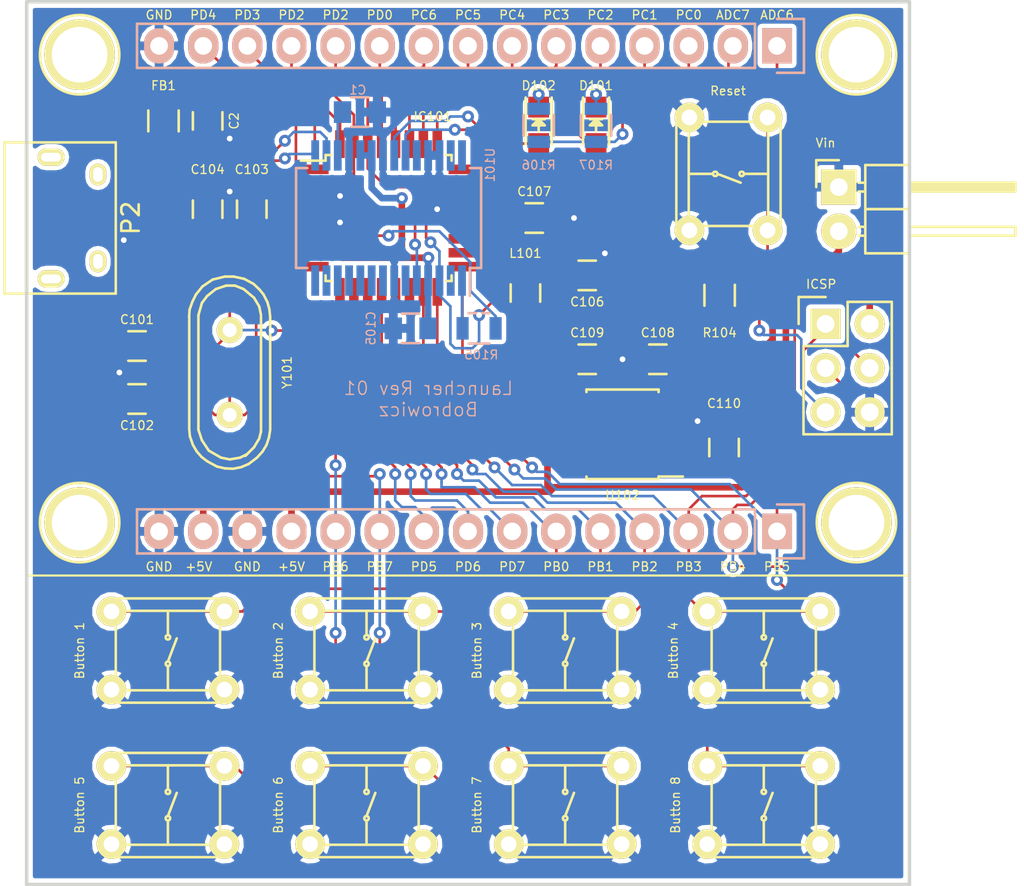
<source format=kicad_pcb>
(kicad_pcb (version 4) (host pcbnew 4.0.1-stable)
  (layers (0 F.Cu signal) (31 B.Cu signal) (34 B.Paste user) (35 F.Paste user) (36 B.SilkS user) (37 F.SilkS user) (38 B.Mask user) (39 F.Mask user) (44 Edge.Cuts user))
  (net 0 "")
  (net 1 /B6)
  (net 2 GND)
  (net 3 /B7)
  (net 4 +5V)
  (net 5 "Net-(C106-Pad1)")
  (net 6 "Net-(C107-Pad1)")
  (net 7 /Vin)
  (net 8 "Net-(C110-Pad1)")
  (net 9 "Net-(D101-Pad2)")
  (net 10 "Net-(D101-Pad1)")
  (net 11 "Net-(D102-Pad2)")
  (net 12 "Net-(D102-Pad1)")
  (net 13 /PD3)
  (net 14 /PD5)
  (net 15 /PD6)
  (net 16 /PD7)
  (net 17 /B0)
  (net 18 /B1)
  (net 19 /B2)
  (net 20 /B3)
  (net 21 /B4)
  (net 22 /B5)
  (net 23 /ADC6)
  (net 24 /ADC7)
  (net 25 /PC0)
  (net 26 /PC1)
  (net 27 /PC2)
  (net 28 /PC3)
  (net 29 /PC4)
  (net 30 /PC5)
  (net 31 /PC6)
  (net 32 /PD0)
  (net 33 /PD1)
  (net 34 /PD2)
  (net 35 /PD4)
  (net 36 "Net-(R105-Pad2)")
  (net 37 "Net-(U101-Pad2)")
  (net 38 "Net-(U101-Pad6)")
  (net 39 "Net-(U101-Pad8)")
  (net 40 "Net-(U101-Pad9)")
  (net 41 "Net-(U101-Pad10)")
  (net 42 "Net-(U101-Pad11)")
  (net 43 "Net-(U101-Pad12)")
  (net 44 "Net-(U101-Pad13)")
  (net 45 "Net-(U101-Pad14)")
  (net 46 "Net-(U101-Pad24)")
  (net 47 "Net-(U101-Pad27)")
  (net 48 "Net-(U101-Pad28)")
  (net 49 "Net-(U102-Pad2)")
  (net 50 "Net-(U102-Pad7)")
  (net 51 "Net-(C1-Pad1)")
  (net 52 "Net-(P2-Pad2)")
  (net 53 "Net-(P2-Pad3)")
  (net 54 "Net-(P2-Pad4)")
  (net 55 "Net-(P2-Pad6)")
  (net 56 "Net-(C2-Pad1)")
  (module Connect:1pin (layer F.Cu) (at 112.268 97.028)
    (fp_text reference REF** hide)
    (fp_text value 1pin hide)
    (pad "" np_thru_hole circle (at 0 0) (size 4.064 4.064) (drill 3.2) (layers *.Cu *.Mask F.SilkS))
  )
  (module My_Switches:B3F-10XX (layer F.Cu) (at 128.778 131.318)
    (fp_text reference SW102 hide)
    (fp_text value "Button 2" (at -5.08 0 90) (layer F.SilkS) (effects (font (size 0.5 0.5) (thickness 0.075))))
    (pad 1 thru_hole circle (at -3.25 -2.25) (size 1.7 1.7) (drill 0.9) (layers *.Cu *.Mask F.SilkS) (net 18 /B1))
    (pad 3 thru_hole circle (at 3.25 -2.25) (size 1.7 1.7) (drill 0.9) (layers *.Cu *.Mask F.SilkS) (net 18 /B1))
    (pad 4 thru_hole circle (at 3.25 2.25) (size 1.7 1.7) (drill 0.9) (layers *.Cu *.Mask F.SilkS) (net 2 GND))
    (pad 2 thru_hole circle (at -3.25 2.25) (size 1.7 1.7) (drill 0.9) (layers *.Cu *.Mask F.SilkS) (net 2 GND))
  )
  (module Capacitors_SMD:C_0805 (layer F.Cu) (at 115.57 113.792 180)
    (fp_text reference C101 (at 0 1.524 180) (layer F.SilkS) (effects (font (size 0.508 0.508) (thickness 0.0762))))
    (fp_text value "22 pF" hide)
    (pad 1 smd rect (at -1 0 180) (size 1 1.25) (layers F.Cu F.Paste F.Mask) (net 1 /B6))
    (pad 2 smd rect (at 1 0 180) (size 1 1.25) (layers F.Cu F.Paste F.Mask) (net 2 GND))
  )
  (module Capacitors_SMD:C_0805 (layer F.Cu) (at 115.57 116.84 180)
    (fp_text reference C102 (at 0 -1.524 180) (layer F.SilkS) (effects (font (size 0.508 0.508) (thickness 0.0762))))
    (fp_text value "22 pF" hide)
    (pad 1 smd rect (at -1 0 180) (size 1 1.25) (layers F.Cu F.Paste F.Mask) (net 3 /B7))
    (pad 2 smd rect (at 1 0 180) (size 1 1.25) (layers F.Cu F.Paste F.Mask) (net 2 GND))
  )
  (module Capacitors_SMD:C_0805 (layer F.Cu) (at 122.174 105.918 90)
    (fp_text reference C103 (at 2.286 0 180) (layer F.SilkS) (effects (font (size 0.508 0.508) (thickness 0.0762))))
    (fp_text value "100 nF" hide)
    (pad 1 smd rect (at -1 0 90) (size 1 1.25) (layers F.Cu F.Paste F.Mask) (net 4 +5V))
    (pad 2 smd rect (at 1 0 90) (size 1 1.25) (layers F.Cu F.Paste F.Mask) (net 2 GND))
  )
  (module Capacitors_SMD:C_0805 (layer F.Cu) (at 119.634 105.918 90)
    (fp_text reference C104 (at 2.286 0 180) (layer F.SilkS) (effects (font (size 0.508 0.508) (thickness 0.0762))))
    (fp_text value "10 nF" hide)
    (pad 1 smd rect (at -1 0 90) (size 1 1.25) (layers F.Cu F.Paste F.Mask) (net 4 +5V))
    (pad 2 smd rect (at 1 0 90) (size 1 1.25) (layers F.Cu F.Paste F.Mask) (net 2 GND))
  )
  (module Capacitors_SMD:C_0805 (layer B.Cu) (at 131.318 112.776 180)
    (fp_text reference C105 (at 2.286 0 450) (layer B.SilkS) (effects (font (size 0.508 0.508) (thickness 0.0762)) (justify mirror)))
    (fp_text value "4.7 uF" hide)
    (pad 1 smd rect (at -1 0 180) (size 1 1.25) (layers B.Cu B.Paste B.Mask) (net 4 +5V))
    (pad 2 smd rect (at 1 0 180) (size 1 1.25) (layers B.Cu B.Paste B.Mask) (net 2 GND))
  )
  (module Capacitors_SMD:C_0805 (layer F.Cu) (at 141.478 109.728)
    (fp_text reference C106 (at 0 1.524) (layer F.SilkS) (effects (font (size 0.508 0.508) (thickness 0.0762))))
    (fp_text value "100 nF" hide)
    (pad 1 smd rect (at -1 0) (size 1 1.25) (layers F.Cu F.Paste F.Mask) (net 5 "Net-(C106-Pad1)"))
    (pad 2 smd rect (at 1 0) (size 1 1.25) (layers F.Cu F.Paste F.Mask) (net 2 GND))
  )
  (module Capacitors_SMD:C_0805 (layer F.Cu) (at 138.43 106.426)
    (fp_text reference C107 (at 0 -1.524) (layer F.SilkS) (effects (font (size 0.508 0.508) (thickness 0.0762))))
    (fp_text value "100 nF" hide)
    (pad 1 smd rect (at -1 0) (size 1 1.25) (layers F.Cu F.Paste F.Mask) (net 6 "Net-(C107-Pad1)"))
    (pad 2 smd rect (at 1 0) (size 1 1.25) (layers F.Cu F.Paste F.Mask) (net 2 GND))
  )
  (module Capacitors_SMD:C_0805 (layer F.Cu) (at 145.542 114.554 180)
    (fp_text reference C108 (at 0 1.524 180) (layer F.SilkS) (effects (font (size 0.508 0.508) (thickness 0.0762))))
    (fp_text value "4.7 uF" hide)
    (pad 1 smd rect (at -1 0 180) (size 1 1.25) (layers F.Cu F.Paste F.Mask) (net 7 /Vin))
    (pad 2 smd rect (at 1 0 180) (size 1 1.25) (layers F.Cu F.Paste F.Mask) (net 2 GND))
  )
  (module Capacitors_SMD:C_0805 (layer F.Cu) (at 141.478 114.554)
    (fp_text reference C109 (at 0 -1.524) (layer F.SilkS) (effects (font (size 0.508 0.508) (thickness 0.0762))))
    (fp_text value "10 uF" hide)
    (pad 1 smd rect (at -1 0) (size 1 1.25) (layers F.Cu F.Paste F.Mask) (net 4 +5V))
    (pad 2 smd rect (at 1 0) (size 1 1.25) (layers F.Cu F.Paste F.Mask) (net 2 GND))
  )
  (module Capacitors_SMD:C_0805 (layer F.Cu) (at 149.352 119.634 90)
    (fp_text reference C110 (at 2.54 0 180) (layer F.SilkS) (effects (font (size 0.508 0.508) (thickness 0.0762))))
    (fp_text value "10 nF" hide)
    (pad 1 smd rect (at -1 0 90) (size 1 1.25) (layers F.Cu F.Paste F.Mask) (net 8 "Net-(C110-Pad1)"))
    (pad 2 smd rect (at 1 0 90) (size 1 1.25) (layers F.Cu F.Paste F.Mask) (net 2 GND))
  )
  (module LEDs:LED-0805 (layer F.Cu) (at 141.986 101.092 270)
    (fp_text reference D101 (at -2.286 0 360) (layer F.SilkS) (effects (font (size 0.508 0.508) (thickness 0.0762))))
    (fp_text value Green hide)
    (pad 2 smd rect (at 1.04902 0 90) (size 1.19888 1.19888) (layers F.Cu F.Paste F.Mask) (net 9 "Net-(D101-Pad2)"))
    (pad 1 smd rect (at -1.04902 0 90) (size 1.19888 1.19888) (layers F.Cu F.Paste F.Mask) (net 10 "Net-(D101-Pad1)"))
  )
  (module LEDs:LED-0805 (layer F.Cu) (at 138.684 101.092 270)
    (fp_text reference D102 (at -2.286 0 360) (layer F.SilkS) (effects (font (size 0.508 0.508) (thickness 0.0762))))
    (fp_text value Red hide)
    (pad 2 smd rect (at 1.04902 0 90) (size 1.19888 1.19888) (layers F.Cu F.Paste F.Mask) (net 11 "Net-(D102-Pad2)"))
    (pad 1 smd rect (at -1.04902 0 90) (size 1.19888 1.19888) (layers F.Cu F.Paste F.Mask) (net 12 "Net-(D102-Pad1)"))
  )
  (module Housings_QFP:TQFP-32_7x7mm_Pitch0.8mm (layer F.Cu) (at 130.048 106.426)
    (fp_text reference IC101 (at 2.54 -5.842) (layer F.SilkS) (effects (font (size 0.508 0.508) (thickness 0.0762))))
    (fp_text value ATMEGA328-A hide)
    (pad 1 smd rect (at -4.25 -2.8) (size 1.6 0.55) (layers F.Cu F.Paste F.Mask) (net 13 /PD3))
    (pad 2 smd rect (at -4.25 -2) (size 1.6 0.55) (layers F.Cu F.Paste F.Mask) (net 35 /PD4))
    (pad 3 smd rect (at -4.25 -1.2) (size 1.6 0.55) (layers F.Cu F.Paste F.Mask) (net 2 GND))
    (pad 4 smd rect (at -4.25 -0.4) (size 1.6 0.55) (layers F.Cu F.Paste F.Mask) (net 4 +5V))
    (pad 5 smd rect (at -4.25 0.4) (size 1.6 0.55) (layers F.Cu F.Paste F.Mask) (net 2 GND))
    (pad 6 smd rect (at -4.25 1.2) (size 1.6 0.55) (layers F.Cu F.Paste F.Mask) (net 4 +5V))
    (pad 7 smd rect (at -4.25 2) (size 1.6 0.55) (layers F.Cu F.Paste F.Mask) (net 1 /B6))
    (pad 8 smd rect (at -4.25 2.8) (size 1.6 0.55) (layers F.Cu F.Paste F.Mask) (net 3 /B7))
    (pad 9 smd rect (at -2.8 4.25 90) (size 1.6 0.55) (layers F.Cu F.Paste F.Mask) (net 14 /PD5))
    (pad 10 smd rect (at -2 4.25 90) (size 1.6 0.55) (layers F.Cu F.Paste F.Mask) (net 15 /PD6))
    (pad 11 smd rect (at -1.2 4.25 90) (size 1.6 0.55) (layers F.Cu F.Paste F.Mask) (net 16 /PD7))
    (pad 12 smd rect (at -0.4 4.25 90) (size 1.6 0.55) (layers F.Cu F.Paste F.Mask) (net 17 /B0))
    (pad 13 smd rect (at 0.4 4.25 90) (size 1.6 0.55) (layers F.Cu F.Paste F.Mask) (net 18 /B1))
    (pad 14 smd rect (at 1.2 4.25 90) (size 1.6 0.55) (layers F.Cu F.Paste F.Mask) (net 19 /B2))
    (pad 15 smd rect (at 2 4.25 90) (size 1.6 0.55) (layers F.Cu F.Paste F.Mask) (net 20 /B3))
    (pad 16 smd rect (at 2.8 4.25 90) (size 1.6 0.55) (layers F.Cu F.Paste F.Mask) (net 21 /B4))
    (pad 17 smd rect (at 4.25 2.8) (size 1.6 0.55) (layers F.Cu F.Paste F.Mask) (net 22 /B5))
    (pad 18 smd rect (at 4.25 2) (size 1.6 0.55) (layers F.Cu F.Paste F.Mask) (net 5 "Net-(C106-Pad1)"))
    (pad 19 smd rect (at 4.25 1.2) (size 1.6 0.55) (layers F.Cu F.Paste F.Mask) (net 23 /ADC6))
    (pad 20 smd rect (at 4.25 0.4) (size 1.6 0.55) (layers F.Cu F.Paste F.Mask) (net 6 "Net-(C107-Pad1)"))
    (pad 21 smd rect (at 4.25 -0.4) (size 1.6 0.55) (layers F.Cu F.Paste F.Mask) (net 2 GND))
    (pad 22 smd rect (at 4.25 -1.2) (size 1.6 0.55) (layers F.Cu F.Paste F.Mask) (net 24 /ADC7))
    (pad 23 smd rect (at 4.25 -2) (size 1.6 0.55) (layers F.Cu F.Paste F.Mask) (net 25 /PC0))
    (pad 24 smd rect (at 4.25 -2.8) (size 1.6 0.55) (layers F.Cu F.Paste F.Mask) (net 26 /PC1))
    (pad 25 smd rect (at 2.8 -4.25 90) (size 1.6 0.55) (layers F.Cu F.Paste F.Mask) (net 27 /PC2))
    (pad 26 smd rect (at 2 -4.25 90) (size 1.6 0.55) (layers F.Cu F.Paste F.Mask) (net 28 /PC3))
    (pad 27 smd rect (at 1.2 -4.25 90) (size 1.6 0.55) (layers F.Cu F.Paste F.Mask) (net 29 /PC4))
    (pad 28 smd rect (at 0.4 -4.25 90) (size 1.6 0.55) (layers F.Cu F.Paste F.Mask) (net 30 /PC5))
    (pad 29 smd rect (at -0.4 -4.25 90) (size 1.6 0.55) (layers F.Cu F.Paste F.Mask) (net 31 /PC6))
    (pad 30 smd rect (at -1.2 -4.25 90) (size 1.6 0.55) (layers F.Cu F.Paste F.Mask) (net 32 /PD0))
    (pad 31 smd rect (at -2 -4.25 90) (size 1.6 0.55) (layers F.Cu F.Paste F.Mask) (net 33 /PD1))
    (pad 32 smd rect (at -2.8 -4.25 90) (size 1.6 0.55) (layers F.Cu F.Paste F.Mask) (net 34 /PD2))
  )
  (module Capacitors_SMD:C_0805 (layer F.Cu) (at 137.922 110.744 90)
    (fp_text reference L101 (at 2.286 0 180) (layer F.SilkS) (effects (font (size 0.508 0.508) (thickness 0.0762))))
    (fp_text value "10 uH" hide)
    (pad 1 smd rect (at -1 0 90) (size 1 1.25) (layers F.Cu F.Paste F.Mask) (net 4 +5V))
    (pad 2 smd rect (at 1 0 90) (size 1 1.25) (layers F.Cu F.Paste F.Mask) (net 5 "Net-(C106-Pad1)"))
  )
  (module Pin_Headers:Pin_Header_Straight_1x15 (layer B.Cu) (at 152.4 96.52 90)
    (fp_text reference P102 hide)
    (fp_text value CONN_01X15 hide)
    (pad 1 thru_hole rect (at 0 0 90) (size 2.032 1.7272) (drill 1.016) (layers *.Cu *.Mask B.SilkS) (net 23 /ADC6))
    (pad 2 thru_hole oval (at 0 -2.54 90) (size 2.032 1.7272) (drill 1.016) (layers *.Cu *.Mask B.SilkS) (net 24 /ADC7))
    (pad 3 thru_hole oval (at 0 -5.08 90) (size 2.032 1.7272) (drill 1.016) (layers *.Cu *.Mask B.SilkS) (net 25 /PC0))
    (pad 4 thru_hole oval (at 0 -7.62 90) (size 2.032 1.7272) (drill 1.016) (layers *.Cu *.Mask B.SilkS) (net 26 /PC1))
    (pad 5 thru_hole oval (at 0 -10.16 90) (size 2.032 1.7272) (drill 1.016) (layers *.Cu *.Mask B.SilkS) (net 27 /PC2))
    (pad 6 thru_hole oval (at 0 -12.7 90) (size 2.032 1.7272) (drill 1.016) (layers *.Cu *.Mask B.SilkS) (net 28 /PC3))
    (pad 7 thru_hole oval (at 0 -15.24 90) (size 2.032 1.7272) (drill 1.016) (layers *.Cu *.Mask B.SilkS) (net 29 /PC4))
    (pad 8 thru_hole oval (at 0 -17.78 90) (size 2.032 1.7272) (drill 1.016) (layers *.Cu *.Mask B.SilkS) (net 30 /PC5))
    (pad 9 thru_hole oval (at 0 -20.32 90) (size 2.032 1.7272) (drill 1.016) (layers *.Cu *.Mask B.SilkS) (net 31 /PC6))
    (pad 10 thru_hole oval (at 0 -22.86 90) (size 2.032 1.7272) (drill 1.016) (layers *.Cu *.Mask B.SilkS) (net 32 /PD0))
    (pad 11 thru_hole oval (at 0 -25.4 90) (size 2.032 1.7272) (drill 1.016) (layers *.Cu *.Mask B.SilkS) (net 33 /PD1))
    (pad 12 thru_hole oval (at 0 -27.94 90) (size 2.032 1.7272) (drill 1.016) (layers *.Cu *.Mask B.SilkS) (net 34 /PD2))
    (pad 13 thru_hole oval (at 0 -30.48 90) (size 2.032 1.7272) (drill 1.016) (layers *.Cu *.Mask B.SilkS) (net 13 /PD3))
    (pad 14 thru_hole oval (at 0 -33.02 90) (size 2.032 1.7272) (drill 1.016) (layers *.Cu *.Mask B.SilkS) (net 35 /PD4))
    (pad 15 thru_hole oval (at 0 -35.56 90) (size 2.032 1.7272) (drill 1.016) (layers *.Cu *.Mask B.SilkS) (net 2 GND))
  )
  (module Pin_Headers:Pin_Header_Straight_1x15 (layer B.Cu) (at 152.4 124.46 90)
    (fp_text reference P103 hide)
    (fp_text value CONN_01X15 hide)
    (pad 1 thru_hole rect (at 0 0 90) (size 2.032 1.7272) (drill 1.016) (layers *.Cu *.Mask B.SilkS) (net 22 /B5))
    (pad 2 thru_hole oval (at 0 -2.54 90) (size 2.032 1.7272) (drill 1.016) (layers *.Cu *.Mask B.SilkS) (net 21 /B4))
    (pad 3 thru_hole oval (at 0 -5.08 90) (size 2.032 1.7272) (drill 1.016) (layers *.Cu *.Mask B.SilkS) (net 20 /B3))
    (pad 4 thru_hole oval (at 0 -7.62 90) (size 2.032 1.7272) (drill 1.016) (layers *.Cu *.Mask B.SilkS) (net 19 /B2))
    (pad 5 thru_hole oval (at 0 -10.16 90) (size 2.032 1.7272) (drill 1.016) (layers *.Cu *.Mask B.SilkS) (net 18 /B1))
    (pad 6 thru_hole oval (at 0 -12.7 90) (size 2.032 1.7272) (drill 1.016) (layers *.Cu *.Mask B.SilkS) (net 17 /B0))
    (pad 7 thru_hole oval (at 0 -15.24 90) (size 2.032 1.7272) (drill 1.016) (layers *.Cu *.Mask B.SilkS) (net 16 /PD7))
    (pad 8 thru_hole oval (at 0 -17.78 90) (size 2.032 1.7272) (drill 1.016) (layers *.Cu *.Mask B.SilkS) (net 15 /PD6))
    (pad 9 thru_hole oval (at 0 -20.32 90) (size 2.032 1.7272) (drill 1.016) (layers *.Cu *.Mask B.SilkS) (net 14 /PD5))
    (pad 10 thru_hole oval (at 0 -22.86 90) (size 2.032 1.7272) (drill 1.016) (layers *.Cu *.Mask B.SilkS) (net 3 /B7))
    (pad 11 thru_hole oval (at 0 -25.4 90) (size 2.032 1.7272) (drill 1.016) (layers *.Cu *.Mask B.SilkS) (net 1 /B6))
    (pad 12 thru_hole oval (at 0 -27.94 90) (size 2.032 1.7272) (drill 1.016) (layers *.Cu *.Mask B.SilkS) (net 4 +5V))
    (pad 13 thru_hole oval (at 0 -30.48 90) (size 2.032 1.7272) (drill 1.016) (layers *.Cu *.Mask B.SilkS) (net 2 GND))
    (pad 14 thru_hole oval (at 0 -33.02 90) (size 2.032 1.7272) (drill 1.016) (layers *.Cu *.Mask B.SilkS) (net 4 +5V))
    (pad 15 thru_hole oval (at 0 -35.56 90) (size 2.032 1.7272) (drill 1.016) (layers *.Cu *.Mask B.SilkS) (net 2 GND))
  )
  (module Resistors_SMD:R_0805 (layer F.Cu) (at 117.094 100.838 90)
    (fp_text reference FB1 (at 2.032 0 180) (layer F.SilkS) (effects (font (size 0.508 0.508) (thickness 0.0762))))
    (fp_text value 0R hide)
    (pad 1 smd rect (at -0.95 0 90) (size 0.7 1.3) (layers F.Cu F.Paste F.Mask) (net 4 +5V))
    (pad 2 smd rect (at 0.95 0 90) (size 0.7 1.3) (layers F.Cu F.Paste F.Mask) (net 56 "Net-(C2-Pad1)"))
  )
  (module Resistors_SMD:R_0805 (layer F.Cu) (at 149.098 110.871 90)
    (fp_text reference R104 (at -2.159 0 180) (layer F.SilkS) (effects (font (size 0.508 0.508) (thickness 0.0762))))
    (fp_text value 4.7k hide)
    (pad 1 smd rect (at -0.95 0 90) (size 0.7 1.3) (layers F.Cu F.Paste F.Mask) (net 4 +5V))
    (pad 2 smd rect (at 0.95 0 90) (size 0.7 1.3) (layers F.Cu F.Paste F.Mask) (net 31 /PC6))
  )
  (module Resistors_SMD:R_0805 (layer B.Cu) (at 135.255 112.776 180)
    (fp_text reference R105 (at -0.127 -1.524 180) (layer B.SilkS) (effects (font (size 0.508 0.508) (thickness 0.0762)) (justify mirror)))
    (fp_text value 10 hide)
    (pad 1 smd rect (at -0.95 0 180) (size 0.7 1.3) (layers B.Cu B.Paste B.Mask) (net 33 /PD1))
    (pad 2 smd rect (at 0.95 0 180) (size 0.7 1.3) (layers B.Cu B.Paste B.Mask) (net 36 "Net-(R105-Pad2)"))
  )
  (module Resistors_SMD:R_0805 (layer B.Cu) (at 138.684 101.092 90)
    (fp_text reference R106 (at -2.286 0 180) (layer B.SilkS) (effects (font (size 0.508 0.508) (thickness 0.0762)) (justify mirror)))
    (fp_text value 240R hide)
    (pad 1 smd rect (at -0.95 0 90) (size 0.7 1.3) (layers B.Cu B.Paste B.Mask) (net 4 +5V))
    (pad 2 smd rect (at 0.95 0 90) (size 0.7 1.3) (layers B.Cu B.Paste B.Mask) (net 12 "Net-(D102-Pad1)"))
  )
  (module Resistors_SMD:R_0805 (layer B.Cu) (at 141.986 101.092 90)
    (fp_text reference R107 (at -2.286 0 180) (layer B.SilkS) (effects (font (size 0.508 0.508) (thickness 0.0762)) (justify mirror)))
    (fp_text value 240R hide)
    (pad 1 smd rect (at -0.95 0 90) (size 0.7 1.3) (layers B.Cu B.Paste B.Mask) (net 4 +5V))
    (pad 2 smd rect (at 0.95 0 90) (size 0.7 1.3) (layers B.Cu B.Paste B.Mask) (net 10 "Net-(D101-Pad1)"))
  )
  (module Housings_SSOP:SSOP-28_5.3x10.2mm_Pitch0.65mm (layer B.Cu) (at 130.048 106.426 90)
    (fp_text reference U101 (at 3.048 5.842 90) (layer B.SilkS) (effects (font (size 0.508 0.508) (thickness 0.0762)) (justify mirror)))
    (fp_text value FT232RL hide)
    (pad 1 smd rect (at -3.6 4.225 90) (size 1.75 0.45) (layers B.Cu B.Paste B.Mask) (net 36 "Net-(R105-Pad2)"))
    (pad 2 smd rect (at -3.6 3.575 90) (size 1.75 0.45) (layers B.Cu B.Paste B.Mask) (net 37 "Net-(U101-Pad2)"))
    (pad 3 smd rect (at -3.6 2.925 90) (size 1.75 0.45) (layers B.Cu B.Paste B.Mask) (net 31 /PC6))
    (pad 4 smd rect (at -3.6 2.275 90) (size 1.75 0.45) (layers B.Cu B.Paste B.Mask) (net 4 +5V))
    (pad 5 smd rect (at -3.6 1.625 90) (size 1.75 0.45) (layers B.Cu B.Paste B.Mask) (net 32 /PD0))
    (pad 6 smd rect (at -3.6 0.975 90) (size 1.75 0.45) (layers B.Cu B.Paste B.Mask) (net 38 "Net-(U101-Pad6)"))
    (pad 7 smd rect (at -3.6 0.325 90) (size 1.75 0.45) (layers B.Cu B.Paste B.Mask) (net 2 GND))
    (pad 8 smd rect (at -3.6 -0.325 90) (size 1.75 0.45) (layers B.Cu B.Paste B.Mask) (net 39 "Net-(U101-Pad8)"))
    (pad 9 smd rect (at -3.6 -0.975 90) (size 1.75 0.45) (layers B.Cu B.Paste B.Mask) (net 40 "Net-(U101-Pad9)"))
    (pad 10 smd rect (at -3.6 -1.625 90) (size 1.75 0.45) (layers B.Cu B.Paste B.Mask) (net 41 "Net-(U101-Pad10)"))
    (pad 11 smd rect (at -3.6 -2.275 90) (size 1.75 0.45) (layers B.Cu B.Paste B.Mask) (net 42 "Net-(U101-Pad11)"))
    (pad 12 smd rect (at -3.6 -2.925 90) (size 1.75 0.45) (layers B.Cu B.Paste B.Mask) (net 43 "Net-(U101-Pad12)"))
    (pad 13 smd rect (at -3.6 -3.575 90) (size 1.75 0.45) (layers B.Cu B.Paste B.Mask) (net 44 "Net-(U101-Pad13)"))
    (pad 14 smd rect (at -3.6 -4.225 90) (size 1.75 0.45) (layers B.Cu B.Paste B.Mask) (net 45 "Net-(U101-Pad14)"))
    (pad 15 smd rect (at 3.6 -4.225 90) (size 1.75 0.45) (layers B.Cu B.Paste B.Mask) (net 53 "Net-(P2-Pad3)"))
    (pad 16 smd rect (at 3.6 -3.575 90) (size 1.75 0.45) (layers B.Cu B.Paste B.Mask) (net 52 "Net-(P2-Pad2)"))
    (pad 17 smd rect (at 3.6 -2.925 90) (size 1.75 0.45) (layers B.Cu B.Paste B.Mask) (net 51 "Net-(C1-Pad1)"))
    (pad 18 smd rect (at 3.6 -2.275 90) (size 1.75 0.45) (layers B.Cu B.Paste B.Mask) (net 2 GND))
    (pad 19 smd rect (at 3.6 -1.625 90) (size 1.75 0.45) (layers B.Cu B.Paste B.Mask) (net 4 +5V))
    (pad 20 smd rect (at 3.6 -0.975 90) (size 1.75 0.45) (layers B.Cu B.Paste B.Mask) (net 4 +5V))
    (pad 21 smd rect (at 3.6 -0.325 90) (size 1.75 0.45) (layers B.Cu B.Paste B.Mask) (net 2 GND))
    (pad 22 smd rect (at 3.6 0.325 90) (size 1.75 0.45) (layers B.Cu B.Paste B.Mask) (net 9 "Net-(D101-Pad2)"))
    (pad 23 smd rect (at 3.6 0.975 90) (size 1.75 0.45) (layers B.Cu B.Paste B.Mask) (net 11 "Net-(D102-Pad2)"))
    (pad 24 smd rect (at 3.6 1.625 90) (size 1.75 0.45) (layers B.Cu B.Paste B.Mask) (net 46 "Net-(U101-Pad24)"))
    (pad 25 smd rect (at 3.6 2.275 90) (size 1.75 0.45) (layers B.Cu B.Paste B.Mask) (net 2 GND))
    (pad 26 smd rect (at 3.6 2.925 90) (size 1.75 0.45) (layers B.Cu B.Paste B.Mask) (net 2 GND))
    (pad 27 smd rect (at 3.6 3.575 90) (size 1.75 0.45) (layers B.Cu B.Paste B.Mask) (net 47 "Net-(U101-Pad27)"))
    (pad 28 smd rect (at 3.6 4.225 90) (size 1.75 0.45) (layers B.Cu B.Paste B.Mask) (net 48 "Net-(U101-Pad28)"))
  )
  (module Housings_SOIC:SOIC-8_3.9x4.9mm_Pitch1.27mm (layer F.Cu) (at 143.51 118.872 180)
    (fp_text reference U102 (at 0 -3.5 180) (layer F.SilkS) (effects (font (size 0.508 0.508) (thickness 0.0762))))
    (fp_text value LP2989 hide)
    (pad 1 smd rect (at -2.7 -1.905 180) (size 1.55 0.6) (layers F.Cu F.Paste F.Mask) (net 8 "Net-(C110-Pad1)"))
    (pad 2 smd rect (at -2.7 -0.635 180) (size 1.55 0.6) (layers F.Cu F.Paste F.Mask) (net 49 "Net-(U102-Pad2)"))
    (pad 3 smd rect (at -2.7 0.635 180) (size 1.55 0.6) (layers F.Cu F.Paste F.Mask) (net 2 GND))
    (pad 4 smd rect (at -2.7 1.905 180) (size 1.55 0.6) (layers F.Cu F.Paste F.Mask) (net 7 /Vin))
    (pad 5 smd rect (at 2.7 1.905 180) (size 1.55 0.6) (layers F.Cu F.Paste F.Mask) (net 4 +5V))
    (pad 6 smd rect (at 2.7 0.635 180) (size 1.55 0.6) (layers F.Cu F.Paste F.Mask) (net 4 +5V))
    (pad 7 smd rect (at 2.7 -0.635 180) (size 1.55 0.6) (layers F.Cu F.Paste F.Mask) (net 50 "Net-(U102-Pad7)"))
    (pad 8 smd rect (at 2.7 -1.905 180) (size 1.55 0.6) (layers F.Cu F.Paste F.Mask) (net 7 /Vin))
  )
  (module Crystals:Crystal_HC49-U_Vertical (layer F.Cu) (at 120.904 115.316 270)
    (fp_text reference Y101 (at 0 -3.302 270) (layer F.SilkS) (effects (font (size 0.508 0.508) (thickness 0.0762))))
    (fp_text value Crystal hide)
    (pad 1 thru_hole circle (at -2.44094 0 270) (size 1.50114 1.50114) (drill 0.8001) (layers *.Cu *.Mask F.SilkS) (net 1 /B6))
    (pad 2 thru_hole circle (at 2.44094 0 270) (size 1.50114 1.50114) (drill 0.8001) (layers *.Cu *.Mask F.SilkS) (net 3 /B7))
  )
  (module My_Switches:B3F-10XX (layer F.Cu) (at 117.348 131.318)
    (fp_text reference SW101 hide)
    (fp_text value "Button 1" (at -5.08 0 90) (layer F.SilkS) (effects (font (size 0.5 0.5) (thickness 0.075))))
    (pad 1 thru_hole circle (at -3.25 -2.25) (size 1.7 1.7) (drill 0.9) (layers *.Cu *.Mask F.SilkS) (net 17 /B0))
    (pad 3 thru_hole circle (at 3.25 -2.25) (size 1.7 1.7) (drill 0.9) (layers *.Cu *.Mask F.SilkS) (net 17 /B0))
    (pad 4 thru_hole circle (at 3.25 2.25) (size 1.7 1.7) (drill 0.9) (layers *.Cu *.Mask F.SilkS) (net 2 GND))
    (pad 2 thru_hole circle (at -3.25 2.25) (size 1.7 1.7) (drill 0.9) (layers *.Cu *.Mask F.SilkS) (net 2 GND))
  )
  (module My_Switches:B3F-10XX (layer F.Cu) (at 140.208 131.318)
    (fp_text reference SW103 hide)
    (fp_text value "Button 3" (at -5.08 0 90) (layer F.SilkS) (effects (font (size 0.5 0.5) (thickness 0.075))))
    (pad 1 thru_hole circle (at -3.25 -2.25) (size 1.7 1.7) (drill 0.9) (layers *.Cu *.Mask F.SilkS) (net 19 /B2))
    (pad 3 thru_hole circle (at 3.25 -2.25) (size 1.7 1.7) (drill 0.9) (layers *.Cu *.Mask F.SilkS) (net 19 /B2))
    (pad 4 thru_hole circle (at 3.25 2.25) (size 1.7 1.7) (drill 0.9) (layers *.Cu *.Mask F.SilkS) (net 2 GND))
    (pad 2 thru_hole circle (at -3.25 2.25) (size 1.7 1.7) (drill 0.9) (layers *.Cu *.Mask F.SilkS) (net 2 GND))
  )
  (module My_Switches:B3F-10XX (layer F.Cu) (at 151.638 131.318)
    (fp_text reference SW104 hide)
    (fp_text value "Button 4" (at -5.207 0 90) (layer F.SilkS) (effects (font (size 0.5 0.5) (thickness 0.075))))
    (pad 1 thru_hole circle (at -3.25 -2.25) (size 1.7 1.7) (drill 0.9) (layers *.Cu *.Mask F.SilkS) (net 20 /B3))
    (pad 3 thru_hole circle (at 3.25 -2.25) (size 1.7 1.7) (drill 0.9) (layers *.Cu *.Mask F.SilkS) (net 20 /B3))
    (pad 4 thru_hole circle (at 3.25 2.25) (size 1.7 1.7) (drill 0.9) (layers *.Cu *.Mask F.SilkS) (net 2 GND))
    (pad 2 thru_hole circle (at -3.25 2.25) (size 1.7 1.7) (drill 0.9) (layers *.Cu *.Mask F.SilkS) (net 2 GND))
  )
  (module My_Switches:B3F-10XX (layer F.Cu) (at 117.348 140.208)
    (fp_text reference SW105 hide)
    (fp_text value "Button 5" (at -5.08 0 90) (layer F.SilkS) (effects (font (size 0.5 0.5) (thickness 0.075))))
    (pad 1 thru_hole circle (at -3.25 -2.25) (size 1.7 1.7) (drill 0.9) (layers *.Cu *.Mask F.SilkS) (net 21 /B4))
    (pad 3 thru_hole circle (at 3.25 -2.25) (size 1.7 1.7) (drill 0.9) (layers *.Cu *.Mask F.SilkS) (net 21 /B4))
    (pad 4 thru_hole circle (at 3.25 2.25) (size 1.7 1.7) (drill 0.9) (layers *.Cu *.Mask F.SilkS) (net 2 GND))
    (pad 2 thru_hole circle (at -3.25 2.25) (size 1.7 1.7) (drill 0.9) (layers *.Cu *.Mask F.SilkS) (net 2 GND))
  )
  (module My_Switches:B3F-10XX (layer F.Cu) (at 128.778 140.208)
    (fp_text reference SW106 hide)
    (fp_text value "Button 6" (at -5.08 0 90) (layer F.SilkS) (effects (font (size 0.5 0.5) (thickness 0.075))))
    (pad 1 thru_hole circle (at -3.25 -2.25) (size 1.7 1.7) (drill 0.9) (layers *.Cu *.Mask F.SilkS) (net 22 /B5))
    (pad 3 thru_hole circle (at 3.25 -2.25) (size 1.7 1.7) (drill 0.9) (layers *.Cu *.Mask F.SilkS) (net 22 /B5))
    (pad 4 thru_hole circle (at 3.25 2.25) (size 1.7 1.7) (drill 0.9) (layers *.Cu *.Mask F.SilkS) (net 2 GND))
    (pad 2 thru_hole circle (at -3.25 2.25) (size 1.7 1.7) (drill 0.9) (layers *.Cu *.Mask F.SilkS) (net 2 GND))
  )
  (module My_Switches:B3F-10XX (layer F.Cu) (at 140.208 140.208)
    (fp_text reference SW107 hide)
    (fp_text value "Button 7" (at -5.08 0 90) (layer F.SilkS) (effects (font (size 0.5 0.5) (thickness 0.075))))
    (pad 1 thru_hole circle (at -3.25 -2.25) (size 1.7 1.7) (drill 0.9) (layers *.Cu *.Mask F.SilkS) (net 1 /B6))
    (pad 3 thru_hole circle (at 3.25 -2.25) (size 1.7 1.7) (drill 0.9) (layers *.Cu *.Mask F.SilkS) (net 1 /B6))
    (pad 4 thru_hole circle (at 3.25 2.25) (size 1.7 1.7) (drill 0.9) (layers *.Cu *.Mask F.SilkS) (net 2 GND))
    (pad 2 thru_hole circle (at -3.25 2.25) (size 1.7 1.7) (drill 0.9) (layers *.Cu *.Mask F.SilkS) (net 2 GND))
  )
  (module My_Switches:B3F-10XX (layer F.Cu) (at 151.638 140.208)
    (fp_text reference SW108 hide)
    (fp_text value "Button 8" (at -5.08 0 90) (layer F.SilkS) (effects (font (size 0.5 0.5) (thickness 0.075))))
    (pad 1 thru_hole circle (at -3.25 -2.25) (size 1.7 1.7) (drill 0.9) (layers *.Cu *.Mask F.SilkS) (net 3 /B7))
    (pad 3 thru_hole circle (at 3.25 -2.25) (size 1.7 1.7) (drill 0.9) (layers *.Cu *.Mask F.SilkS) (net 3 /B7))
    (pad 4 thru_hole circle (at 3.25 2.25) (size 1.7 1.7) (drill 0.9) (layers *.Cu *.Mask F.SilkS) (net 2 GND))
    (pad 2 thru_hole circle (at -3.25 2.25) (size 1.7 1.7) (drill 0.9) (layers *.Cu *.Mask F.SilkS) (net 2 GND))
  )
  (module My_Switches:B3F-10XX (layer F.Cu) (at 149.606 103.886 270)
    (fp_text reference SW109 hide)
    (fp_text value Reset (at -4.7752 0.0254 360) (layer F.SilkS) (effects (font (size 0.5 0.5) (thickness 0.075))))
    (pad 1 thru_hole circle (at -3.25 -2.25 270) (size 1.7 1.7) (drill 0.9) (layers *.Cu *.Mask F.SilkS) (net 31 /PC6))
    (pad 3 thru_hole circle (at 3.25 -2.25 270) (size 1.7 1.7) (drill 0.9) (layers *.Cu *.Mask F.SilkS) (net 31 /PC6))
    (pad 4 thru_hole circle (at 3.25 2.25 270) (size 1.7 1.7) (drill 0.9) (layers *.Cu *.Mask F.SilkS) (net 2 GND))
    (pad 2 thru_hole circle (at -3.25 2.25 270) (size 1.7 1.7) (drill 0.9) (layers *.Cu *.Mask F.SilkS) (net 2 GND))
  )
  (module Connect:1pin (layer F.Cu) (at 156.972 97.028)
    (fp_text reference REF** hide)
    (fp_text value 1pin hide)
    (pad "" np_thru_hole circle (at 0 0) (size 4.064 4.064) (drill 3.2) (layers *.Cu *.Mask F.SilkS))
  )
  (module Connect:1pin (layer F.Cu) (at 112.268 123.952)
    (fp_text reference REF** hide)
    (fp_text value 1pin hide)
    (pad "" np_thru_hole circle (at 0 0) (size 4.064 4.064) (drill 3.2) (layers *.Cu *.Mask F.SilkS))
  )
  (module Connect:1pin (layer F.Cu) (at 156.972 123.952)
    (fp_text reference REF** hide)
    (fp_text value 1pin hide)
    (pad "" np_thru_hole circle (at 0 0) (size 4.064 4.064) (drill 3.2) (layers *.Cu *.Mask F.SilkS))
  )
  (module Capacitors_SMD:C_0805 (layer B.Cu) (at 128.397 100.33)
    (fp_text reference C1 (at -0.127 -1.27) (layer B.SilkS) (effects (font (size 0.508 0.508) (thickness 0.0762)) (justify mirror)))
    (fp_text value "100 nF" hide)
    (pad 1 smd rect (at -1 0) (size 1 1.25) (layers B.Cu B.Paste B.Mask) (net 51 "Net-(C1-Pad1)"))
    (pad 2 smd rect (at 1 0) (size 1 1.25) (layers B.Cu B.Paste B.Mask) (net 2 GND))
  )
  (module Pin_Headers:Pin_Header_Angled_1x02 (layer F.Cu) (at 155.956 104.648)
    (fp_text reference Vin (at -0.762 -2.54) (layer F.SilkS) (effects (font (size 0.508 0.508) (thickness 0.0762))))
    (fp_text value CONN_01X02 hide)
    (pad 1 thru_hole rect (at 0 0) (size 2.032 2.032) (drill 1.016) (layers *.Cu *.Mask F.SilkS) (net 2 GND))
    (pad 2 thru_hole oval (at 0 2.54) (size 2.032 2.032) (drill 1.016) (layers *.Cu *.Mask F.SilkS) (net 7 /Vin))
  )
  (module Connect:USB_Micro-B (layer F.Cu) (at 111.76 106.426 270)
    (fp_text reference P2 (at 0 -3.45 270) (layer F.SilkS))
    (fp_text value USB_OTG hide)
    (pad 1 smd rect (at -1.3009 -1.56254) (size 1.35 0.4) (layers F.Cu F.Paste F.Mask) (net 56 "Net-(C2-Pad1)"))
    (pad 2 smd rect (at -0.6509 -1.56254) (size 1.35 0.4) (layers F.Cu F.Paste F.Mask) (net 52 "Net-(P2-Pad2)"))
    (pad 3 smd rect (at -0.0009 -1.56254) (size 1.35 0.4) (layers F.Cu F.Paste F.Mask) (net 53 "Net-(P2-Pad3)"))
    (pad 4 smd rect (at 0.6491 -1.56254) (size 1.35 0.4) (layers F.Cu F.Paste F.Mask) (net 54 "Net-(P2-Pad4)"))
    (pad 5 smd rect (at 1.2991 -1.56254) (size 1.35 0.4) (layers F.Cu F.Paste F.Mask) (net 2 GND))
    (pad 6 thru_hole oval (at -2.5009 -1.56254) (size 0.95 1.25) (drill oval 0.55 0.85) (layers *.Cu *.Mask F.SilkS) (net 55 "Net-(P2-Pad6)"))
    (pad 6 thru_hole oval (at 2.4991 -1.56254) (size 0.95 1.25) (drill oval 0.55 0.85) (layers *.Cu *.Mask F.SilkS) (net 55 "Net-(P2-Pad6)"))
    (pad 6 thru_hole oval (at -3.5009 1.13746) (size 1.55 1) (drill oval 1.15 0.5) (layers *.Cu *.Mask F.SilkS) (net 55 "Net-(P2-Pad6)"))
    (pad 6 thru_hole oval (at 3.4991 1.13746) (size 1.55 1) (drill oval 1.15 0.5) (layers *.Cu *.Mask F.SilkS) (net 55 "Net-(P2-Pad6)"))
  )
  (module Pin_Headers:Pin_Header_Straight_2x03 (layer F.Cu) (at 155.194 112.522)
    (fp_text reference ICSP (at -0.254 -2.286) (layer F.SilkS) (effects (font (size 0.508 0.508) (thickness 0.0762))))
    (fp_text value CONN_02X03 hide)
    (pad 1 thru_hole rect (at 0 0) (size 1.7272 1.7272) (drill 1.016) (layers *.Cu *.Mask F.SilkS) (net 21 /B4))
    (pad 2 thru_hole oval (at 2.54 0) (size 1.7272 1.7272) (drill 1.016) (layers *.Cu *.Mask F.SilkS) (net 4 +5V))
    (pad 3 thru_hole oval (at 0 2.54) (size 1.7272 1.7272) (drill 1.016) (layers *.Cu *.Mask F.SilkS) (net 22 /B5))
    (pad 4 thru_hole oval (at 2.54 2.54) (size 1.7272 1.7272) (drill 1.016) (layers *.Cu *.Mask F.SilkS) (net 20 /B3))
    (pad 5 thru_hole oval (at 0 5.08) (size 1.7272 1.7272) (drill 1.016) (layers *.Cu *.Mask F.SilkS) (net 31 /PC6))
    (pad 6 thru_hole oval (at 2.54 5.08) (size 1.7272 1.7272) (drill 1.016) (layers *.Cu *.Mask F.SilkS) (net 2 GND))
  )
  (module Capacitors_SMD:C_0805 (layer F.Cu) (at 119.634 100.838 270)
    (fp_text reference C2 (at 0 -1.524 270) (layer F.SilkS) (effects (font (size 0.508 0.508) (thickness 0.0762))))
    (fp_text value "10 nF" hide)
    (pad 1 smd rect (at -1 0 270) (size 1 1.25) (layers F.Cu F.Paste F.Mask) (net 56 "Net-(C2-Pad1)"))
    (pad 2 smd rect (at 1 0 270) (size 1 1.25) (layers F.Cu F.Paste F.Mask) (net 2 GND))
  )
  (gr_text "Launcher Rev 01\nBobrowicz" (at 132.334 116.84) (layer B.SilkS) (effects (font (size 0.762 0.762) (thickness 0.0762)) (justify mirror)))
  (gr_line (start 109.22 127) (end 160.02 127) (angle 90) (layer F.SilkS) (width 0.127))
  (gr_text GND (at 116.84 126.492) (layer F.SilkS) (effects (font (size 0.508 0.508) (thickness 0.0762))))
  (gr_text +5V (at 119.126 126.492) (layer F.SilkS) (effects (font (size 0.508 0.508) (thickness 0.0762))))
  (gr_text GND (at 121.92 126.492) (layer F.SilkS) (effects (font (size 0.508 0.508) (thickness 0.0762))))
  (gr_text +5V (at 124.46 126.492) (layer F.SilkS) (effects (font (size 0.508 0.508) (thickness 0.0762))))
  (gr_text PB6 (at 127 126.492) (layer F.SilkS) (effects (font (size 0.508 0.508) (thickness 0.0762))))
  (gr_text PB7 (at 129.54 126.492) (layer F.SilkS) (effects (font (size 0.508 0.508) (thickness 0.0762))))
  (gr_text PD5 (at 132.08 126.492) (layer F.SilkS) (effects (font (size 0.508 0.508) (thickness 0.0762))))
  (gr_text PD6 (at 134.62 126.492) (layer F.SilkS) (effects (font (size 0.508 0.508) (thickness 0.0762))))
  (gr_text PD7 (at 137.16 126.492) (layer F.SilkS) (effects (font (size 0.508 0.508) (thickness 0.0762))))
  (gr_text PB0 (at 139.7 126.492) (layer F.SilkS) (effects (font (size 0.508 0.508) (thickness 0.0762))))
  (gr_text PB1 (at 142.24 126.492) (layer F.SilkS) (effects (font (size 0.508 0.508) (thickness 0.0762))))
  (gr_text PB2 (at 144.78 126.492) (layer F.SilkS) (effects (font (size 0.508 0.508) (thickness 0.0762))))
  (gr_text PB3 (at 147.32 126.492) (layer F.SilkS) (effects (font (size 0.508 0.508) (thickness 0.0762))))
  (gr_text PB4 (at 149.86 126.492) (layer F.SilkS) (effects (font (size 0.508 0.508) (thickness 0.0762))))
  (gr_text PB5 (at 152.4 126.492) (layer F.SilkS) (effects (font (size 0.508 0.508) (thickness 0.0762))))
  (gr_text ADC6 (at 152.4 94.742) (layer F.SilkS) (effects (font (size 0.508 0.508) (thickness 0.0762))))
  (gr_text ADC7 (at 149.86 94.742) (layer F.SilkS) (effects (font (size 0.508 0.508) (thickness 0.0762))))
  (gr_text PC0 (at 147.32 94.742) (layer F.SilkS) (effects (font (size 0.508 0.508) (thickness 0.0762))))
  (gr_text PC1 (at 144.78 94.742) (layer F.SilkS) (effects (font (size 0.508 0.508) (thickness 0.0762))))
  (gr_text PC2 (at 142.24 94.742) (layer F.SilkS) (effects (font (size 0.508 0.508) (thickness 0.0762))))
  (gr_text PC3 (at 139.7 94.742) (layer F.SilkS) (effects (font (size 0.508 0.508) (thickness 0.0762))))
  (gr_text PC4 (at 137.16 94.742) (layer F.SilkS) (effects (font (size 0.508 0.508) (thickness 0.0762))))
  (gr_text PC5 (at 134.62 94.742) (layer F.SilkS) (effects (font (size 0.508 0.508) (thickness 0.0762))))
  (gr_text PC6 (at 132.08 94.742) (layer F.SilkS) (effects (font (size 0.508 0.508) (thickness 0.0762))))
  (gr_text PD0 (at 129.54 94.742) (layer F.SilkS) (effects (font (size 0.508 0.508) (thickness 0.0762))))
  (gr_text PD2 (at 127 94.742) (layer F.SilkS) (effects (font (size 0.508 0.508) (thickness 0.0762))))
  (gr_text PD2 (at 124.46 94.742) (layer F.SilkS) (effects (font (size 0.508 0.508) (thickness 0.0762))))
  (gr_text PD3 (at 121.92 94.742) (layer F.SilkS) (effects (font (size 0.508 0.508) (thickness 0.0762))))
  (gr_text PD4 (at 119.38 94.742) (layer F.SilkS) (effects (font (size 0.508 0.508) (thickness 0.0762))))
  (gr_text GND (at 116.84 94.742) (layer F.SilkS) (effects (font (size 0.508 0.508) (thickness 0.0762))))
  (gr_line (start 160.02 93.98) (end 109.22 93.98) (angle 90) (layer Edge.Cuts) (width 0.2))
  (gr_line (start 160.02 144.78) (end 160.02 93.98) (angle 90) (layer Edge.Cuts) (width 0.2))
  (gr_line (start 109.22 144.78) (end 160.02 144.78) (angle 90) (layer Edge.Cuts) (width 0.2))
  (gr_line (start 109.22 93.98) (end 109.22 144.78) (angle 90) (layer Edge.Cuts) (width 0.2))
  (segment (start 123.317 112.903) (end 125.603 112.903) (width 0.1524) (layer F.Cu) (net 1))
  (segment (start 125.984 113.284) (end 125.984 113.792) (width 0.1524) (layer F.Cu) (net 1))
  (segment (start 125.603 112.903) (end 125.984 113.284) (width 0.1524) (layer F.Cu) (net 1))
  (segment (start 127 120.65) (end 127 119.888) (width 0.1524) (layer F.Cu) (net 1))
  (segment (start 125.984 118.872) (end 125.984 115.062) (width 0.1524) (layer F.Cu) (net 1))
  (segment (start 127 119.888) (end 125.984 118.872) (width 0.1524) (layer F.Cu) (net 1))
  (segment (start 127 124.46) (end 127 120.65) (width 0.1524) (layer B.Cu) (net 1))
  (segment (start 123.28906 112.87506) (end 120.904 112.87506) (width 0.1524) (layer B.Cu) (net 1))
  (segment (start 123.317 112.903) (end 123.28906 112.87506) (width 0.1524) (layer B.Cu) (net 1))
  (via (at 123.317 112.903) (size 0.6858) (drill 0.3302) (layers F.Cu B.Cu) (net 1))
  (via (at 127 120.65) (size 0.6858) (drill 0.3302) (layers F.Cu B.Cu) (net 1))
  (segment (start 127 124.46) (end 127 124.968) (width 0.1524) (layer F.Cu) (net 1))
  (segment (start 120.396 113.38306) (end 120.904 112.87506) (width 0.1524) (layer B.Cu) (net 1))
  (segment (start 120.904 112.87506) (end 120.904 113.03) (width 0.1524) (layer F.Cu) (net 1))
  (segment (start 120.904 113.03) (end 120.142 113.792) (width 0.1524) (layer F.Cu) (net 1))
  (segment (start 120.142 113.792) (end 116.57 113.792) (width 0.1524) (layer F.Cu) (net 1))
  (segment (start 120.904 112.87506) (end 120.904 110.998) (width 0.1524) (layer F.Cu) (net 1))
  (segment (start 123.476 108.426) (end 125.798 108.426) (width 0.1524) (layer F.Cu) (net 1))
  (segment (start 120.904 110.998) (end 123.476 108.426) (width 0.1524) (layer F.Cu) (net 1))
  (segment (start 136.958 137.958) (end 136.958 136.958) (width 0.1524) (layer F.Cu) (net 1))
  (segment (start 127 130.302) (end 127 124.46) (width 0.1524) (layer B.Cu) (net 1))
  (via (at 127 130.302) (size 0.6858) (drill 0.3302) (layers F.Cu B.Cu) (net 1))
  (segment (start 127 134.874) (end 127 130.302) (width 0.1524) (layer F.Cu) (net 1))
  (segment (start 128.27 136.144) (end 127 134.874) (width 0.1524) (layer F.Cu) (net 1))
  (segment (start 136.144 136.144) (end 128.27 136.144) (width 0.1524) (layer F.Cu) (net 1))
  (segment (start 136.958 136.958) (end 136.144 136.144) (width 0.1524) (layer F.Cu) (net 1))
  (segment (start 136.958 137.958) (end 143.458 137.958) (width 0.1524) (layer F.Cu) (net 1))
  (segment (start 119.634 101.838) (end 120.888 101.838) (width 0.381) (layer F.Cu) (net 2))
  (via (at 120.904 101.854) (size 0.6858) (drill 0.3302) (layers F.Cu B.Cu) (net 2))
  (segment (start 120.888 101.838) (end 120.904 101.854) (width 0.381) (layer F.Cu) (net 2))
  (segment (start 113.32254 107.7251) (end 114.7789 107.7251) (width 0.381) (layer F.Cu) (net 2))
  (via (at 114.808 107.696) (size 0.6858) (drill 0.3302) (layers F.Cu B.Cu) (net 2))
  (segment (start 114.7789 107.7251) (end 114.808 107.696) (width 0.381) (layer F.Cu) (net 2))
  (segment (start 129.723 100.656) (end 129.397 100.33) (width 0.381) (layer B.Cu) (net 2))
  (segment (start 119.634 104.918) (end 120.888 104.918) (width 0.381) (layer F.Cu) (net 2))
  (via (at 120.904 104.902) (size 0.6858) (drill 0.3302) (layers F.Cu B.Cu) (net 2))
  (segment (start 120.888 104.918) (end 120.904 104.902) (width 0.381) (layer F.Cu) (net 2))
  (segment (start 139.43 106.426) (end 140.716 106.426) (width 0.381) (layer F.Cu) (net 2))
  (via (at 140.716 106.426) (size 0.6858) (drill 0.3302) (layers F.Cu B.Cu) (net 2))
  (segment (start 125.798 106.826) (end 127.108 106.826) (width 0.381) (layer F.Cu) (net 2))
  (via (at 127.254 106.68) (size 0.6858) (drill 0.3302) (layers F.Cu B.Cu) (net 2))
  (segment (start 127.108 106.826) (end 127.254 106.68) (width 0.381) (layer F.Cu) (net 2))
  (segment (start 125.798 105.226) (end 127.184 105.226) (width 0.381) (layer F.Cu) (net 2))
  (via (at 127.254 105.156) (size 0.6858) (drill 0.3302) (layers F.Cu B.Cu) (net 2))
  (segment (start 127.184 105.226) (end 127.254 105.156) (width 0.381) (layer F.Cu) (net 2))
  (segment (start 134.298 106.026) (end 132.95 106.026) (width 0.381) (layer F.Cu) (net 2))
  (via (at 132.842 105.918) (size 0.6858) (drill 0.3302) (layers F.Cu B.Cu) (net 2))
  (segment (start 132.95 106.026) (end 132.842 105.918) (width 0.381) (layer F.Cu) (net 2))
  (segment (start 142.478 109.728) (end 142.478 108.474) (width 0.381) (layer F.Cu) (net 2))
  (via (at 142.494 108.458) (size 0.6858) (drill 0.3302) (layers F.Cu B.Cu) (net 2))
  (segment (start 142.478 108.474) (end 142.494 108.458) (width 0.381) (layer F.Cu) (net 2))
  (segment (start 114.57 113.792) (end 114.57 115.3) (width 0.381) (layer F.Cu) (net 2))
  (via (at 114.554 115.316) (size 0.6858) (drill 0.3302) (layers F.Cu B.Cu) (net 2))
  (segment (start 114.57 115.3) (end 114.554 115.316) (width 0.381) (layer F.Cu) (net 2))
  (segment (start 146.21 118.237) (end 147.701 118.237) (width 0.381) (layer F.Cu) (net 2))
  (via (at 147.828 118.11) (size 0.6858) (drill 0.3302) (layers F.Cu B.Cu) (net 2))
  (segment (start 147.701 118.237) (end 147.828 118.11) (width 0.381) (layer F.Cu) (net 2))
  (segment (start 142.478 114.554) (end 143.51 114.554) (width 0.381) (layer F.Cu) (net 2))
  (via (at 143.51 114.554) (size 0.6858) (drill 0.3302) (layers F.Cu B.Cu) (net 2))
  (segment (start 124.46 117.602) (end 124.46 117.348) (width 0.1524) (layer F.Cu) (net 3))
  (segment (start 121.76506 117.75694) (end 122.682 116.84) (width 0.1524) (layer F.Cu) (net 3))
  (segment (start 122.682 116.84) (end 124.206 116.84) (width 0.1524) (layer F.Cu) (net 3))
  (segment (start 124.206 116.84) (end 124.46 117.094) (width 0.1524) (layer F.Cu) (net 3))
  (segment (start 124.46 117.094) (end 124.46 117.348) (width 0.1524) (layer F.Cu) (net 3))
  (segment (start 121.76506 117.75694) (end 120.904 117.75694) (width 0.1524) (layer F.Cu) (net 3))
  (segment (start 125.984 121.285) (end 124.841 121.285) (width 0.1524) (layer F.Cu) (net 3))
  (segment (start 124.46 120.904) (end 124.46 118.872) (width 0.1524) (layer F.Cu) (net 3))
  (segment (start 124.841 121.285) (end 124.46 120.904) (width 0.1524) (layer F.Cu) (net 3))
  (segment (start 129.54 124.46) (end 129.54 121.158) (width 0.1524) (layer B.Cu) (net 3))
  (segment (start 129.413 121.285) (end 125.984 121.285) (width 0.1524) (layer F.Cu) (net 3))
  (segment (start 129.54 121.158) (end 129.413 121.285) (width 0.1524) (layer F.Cu) (net 3))
  (via (at 129.54 121.158) (size 0.6858) (drill 0.3302) (layers F.Cu B.Cu) (net 3))
  (segment (start 120.904 117.75694) (end 120.04294 117.75694) (width 0.1524) (layer F.Cu) (net 3))
  (segment (start 119.126 116.84) (end 116.57 116.84) (width 0.1524) (layer F.Cu) (net 3))
  (segment (start 120.04294 117.75694) (end 119.126 116.84) (width 0.1524) (layer F.Cu) (net 3))
  (segment (start 120.904 117.75694) (end 120.904 115.57) (width 0.1524) (layer F.Cu) (net 3))
  (segment (start 124.2 109.226) (end 125.798 109.226) (width 0.1524) (layer F.Cu) (net 3))
  (segment (start 122.428 110.998) (end 124.2 109.226) (width 0.1524) (layer F.Cu) (net 3))
  (segment (start 122.428 114.046) (end 122.428 110.998) (width 0.1524) (layer F.Cu) (net 3))
  (segment (start 120.904 115.57) (end 122.428 114.046) (width 0.1524) (layer F.Cu) (net 3))
  (segment (start 129.54 129.794) (end 129.54 130.302) (width 0.1524) (layer B.Cu) (net 3))
  (segment (start 148.388 136.704) (end 147.066 135.382) (width 0.1524) (layer F.Cu) (net 3))
  (segment (start 147.066 135.382) (end 130.81 135.382) (width 0.1524) (layer F.Cu) (net 3))
  (segment (start 130.81 135.382) (end 129.54 134.112) (width 0.1524) (layer F.Cu) (net 3))
  (segment (start 129.54 134.112) (end 129.54 130.302) (width 0.1524) (layer F.Cu) (net 3))
  (segment (start 129.54 124.46) (end 129.54 129.794) (width 0.1524) (layer B.Cu) (net 3))
  (segment (start 148.388 136.704) (end 148.388 137.958) (width 0.1524) (layer F.Cu) (net 3))
  (via (at 129.54 130.302) (size 0.6858) (drill 0.3302) (layers F.Cu B.Cu) (net 3))
  (segment (start 148.388 137.958) (end 154.888 137.958) (width 0.1524) (layer F.Cu) (net 3))
  (segment (start 128.423 102.826) (end 129.073 102.826) (width 0.381) (layer B.Cu) (net 4))
  (segment (start 132.323 110.026) (end 132.323 112.263) (width 0.381) (layer B.Cu) (net 4))
  (segment (start 132.323 112.263) (end 132.318 112.268) (width 0.381) (layer B.Cu) (net 4))
  (segment (start 125.798 106.026) (end 124.352 106.026) (width 0.381) (layer F.Cu) (net 4))
  (segment (start 124.206 106.172) (end 124.206 107.626) (width 0.381) (layer F.Cu) (net 4))
  (segment (start 124.352 106.026) (end 124.206 106.172) (width 0.381) (layer F.Cu) (net 4))
  (segment (start 138.684 102.042) (end 141.986 102.042) (width 0.1524) (layer B.Cu) (net 4))
  (segment (start 143.51 94.742) (end 143.51 101.6) (width 0.1524) (layer F.Cu) (net 4))
  (segment (start 143.068 102.042) (end 141.986 102.042) (width 0.1524) (layer B.Cu) (net 4))
  (segment (start 143.51 101.6) (end 143.068 102.042) (width 0.1524) (layer B.Cu) (net 4))
  (via (at 143.51 101.6) (size 0.6858) (drill 0.3302) (layers F.Cu B.Cu) (net 4))
  (segment (start 149.098 111.821) (end 141.417 111.821) (width 0.381) (layer F.Cu) (net 4))
  (segment (start 140.478 112.76) (end 140.478 114.554) (width 0.381) (layer F.Cu) (net 4))
  (segment (start 141.417 111.821) (end 140.478 112.76) (width 0.381) (layer F.Cu) (net 4))
  (segment (start 119.888 122.174) (end 117.983 122.174) (width 0.381) (layer F.Cu) (net 4))
  (segment (start 112.522 120.396) (end 112.522 110.744) (width 0.381) (layer F.Cu) (net 4))
  (segment (start 112.776 120.65) (end 112.522 120.396) (width 0.381) (layer F.Cu) (net 4))
  (segment (start 116.459 120.65) (end 112.776 120.65) (width 0.381) (layer F.Cu) (net 4))
  (segment (start 117.983 122.174) (end 116.459 120.65) (width 0.381) (layer F.Cu) (net 4))
  (segment (start 129.073 102.826) (end 129.073 104.689) (width 0.381) (layer B.Cu) (net 4))
  (segment (start 129.073 104.689) (end 129.667 105.283) (width 0.381) (layer B.Cu) (net 4))
  (segment (start 129.667 105.283) (end 130.81 105.283) (width 0.381) (layer B.Cu) (net 4))
  (via (at 130.81 105.283) (size 0.6858) (drill 0.3302) (layers F.Cu B.Cu) (net 4))
  (segment (start 130.81 105.283) (end 130.81 108.712) (width 0.381) (layer F.Cu) (net 4))
  (segment (start 130.81 108.712) (end 130.81 108.585) (width 0.381) (layer F.Cu) (net 4))
  (segment (start 130.81 108.585) (end 130.81 108.712) (width 0.381) (layer F.Cu) (net 4))
  (segment (start 125.798 107.626) (end 126.803 107.626) (width 0.381) (layer F.Cu) (net 4))
  (segment (start 132.323 108.723) (end 132.323 110.026) (width 0.381) (layer B.Cu) (net 4))
  (segment (start 132.334 108.712) (end 132.323 108.723) (width 0.381) (layer B.Cu) (net 4))
  (via (at 132.334 108.712) (size 0.6858) (drill 0.3302) (layers F.Cu B.Cu) (net 4))
  (segment (start 127.381 108.712) (end 129.032 108.712) (width 0.381) (layer F.Cu) (net 4))
  (segment (start 129.032 108.712) (end 130.81 108.712) (width 0.381) (layer F.Cu) (net 4))
  (segment (start 130.81 108.712) (end 132.334 108.712) (width 0.381) (layer F.Cu) (net 4))
  (segment (start 127.254 108.585) (end 127.381 108.712) (width 0.381) (layer F.Cu) (net 4))
  (segment (start 127.254 108.077) (end 127.254 108.585) (width 0.381) (layer F.Cu) (net 4))
  (segment (start 126.803 107.626) (end 127.254 108.077) (width 0.381) (layer F.Cu) (net 4))
  (segment (start 124.206 122.174) (end 139.192 122.174) (width 0.381) (layer F.Cu) (net 4))
  (segment (start 139.573 118.491) (end 139.446 118.491) (width 0.381) (layer F.Cu) (net 4))
  (segment (start 139.446 118.491) (end 139.192 118.745) (width 0.381) (layer F.Cu) (net 4))
  (segment (start 139.192 118.745) (end 139.192 122.174) (width 0.381) (layer F.Cu) (net 4))
  (segment (start 139.192 122.174) (end 139.319 122.174) (width 0.381) (layer F.Cu) (net 4))
  (segment (start 152.908 110.871) (end 153.289 110.49) (width 0.381) (layer F.Cu) (net 4))
  (segment (start 152.908 119.38) (end 152.908 110.871) (width 0.381) (layer F.Cu) (net 4))
  (segment (start 150.368 121.92) (end 152.908 119.38) (width 0.381) (layer F.Cu) (net 4))
  (segment (start 139.573 121.92) (end 150.368 121.92) (width 0.381) (layer F.Cu) (net 4))
  (segment (start 153.289 110.49) (end 157.734 110.49) (width 0.381) (layer F.Cu) (net 4))
  (segment (start 139.319 122.174) (end 139.573 121.92) (width 0.381) (layer F.Cu) (net 4))
  (segment (start 112.141 103.759) (end 112.141 103.886) (width 0.381) (layer F.Cu) (net 4))
  (segment (start 112.141 103.886) (end 112.141 110.363) (width 0.381) (layer F.Cu) (net 4))
  (segment (start 112.141 110.363) (end 112.522 110.744) (width 0.381) (layer F.Cu) (net 4))
  (segment (start 115.316 101.219) (end 113.665 101.219) (width 0.381) (layer F.Cu) (net 4))
  (segment (start 112.141 102.743) (end 112.141 103.759) (width 0.381) (layer F.Cu) (net 4))
  (segment (start 113.665 101.219) (end 112.141 102.743) (width 0.381) (layer F.Cu) (net 4))
  (segment (start 112.522 110.744) (end 112.776 110.744) (width 0.381) (layer F.Cu) (net 4))
  (segment (start 117.094 109.982) (end 117.094 107.188) (width 0.381) (layer F.Cu) (net 4))
  (segment (start 116.332 110.744) (end 117.094 109.982) (width 0.381) (layer F.Cu) (net 4))
  (segment (start 112.776 110.744) (end 116.332 110.744) (width 0.381) (layer F.Cu) (net 4))
  (segment (start 117.094 107.188) (end 119.364 107.188) (width 0.381) (layer F.Cu) (net 4))
  (segment (start 157.734 112.522) (end 157.734 110.49) (width 0.381) (layer F.Cu) (net 4))
  (segment (start 115.885 101.788) (end 117.094 101.788) (width 0.381) (layer F.Cu) (net 4))
  (segment (start 115.316 101.219) (end 115.885 101.788) (width 0.381) (layer F.Cu) (net 4))
  (segment (start 115.316 95.377) (end 115.316 101.219) (width 0.381) (layer F.Cu) (net 4))
  (segment (start 115.951 94.742) (end 115.316 95.377) (width 0.381) (layer F.Cu) (net 4))
  (segment (start 116.459 94.742) (end 115.951 94.742) (width 0.381) (layer F.Cu) (net 4))
  (segment (start 153.797 94.742) (end 143.51 94.742) (width 0.381) (layer F.Cu) (net 4))
  (segment (start 143.51 94.742) (end 116.459 94.742) (width 0.381) (layer F.Cu) (net 4))
  (segment (start 154.178 95.123) (end 153.797 94.742) (width 0.381) (layer F.Cu) (net 4))
  (segment (start 154.178 98.806) (end 154.178 95.123) (width 0.381) (layer F.Cu) (net 4))
  (segment (start 155.702 100.33) (end 154.178 98.806) (width 0.381) (layer F.Cu) (net 4))
  (segment (start 157.988 100.33) (end 155.702 100.33) (width 0.381) (layer F.Cu) (net 4))
  (segment (start 158.877 101.219) (end 157.988 100.33) (width 0.381) (layer F.Cu) (net 4))
  (segment (start 158.877 109.347) (end 158.877 101.219) (width 0.381) (layer F.Cu) (net 4))
  (segment (start 157.734 110.49) (end 158.877 109.347) (width 0.381) (layer F.Cu) (net 4))
  (segment (start 125.798 107.626) (end 124.206 107.626) (width 0.381) (layer F.Cu) (net 4))
  (segment (start 124.206 107.626) (end 123.882 107.626) (width 0.381) (layer F.Cu) (net 4))
  (segment (start 123.174 106.918) (end 122.174 106.918) (width 0.381) (layer F.Cu) (net 4))
  (segment (start 123.882 107.626) (end 123.174 106.918) (width 0.381) (layer F.Cu) (net 4))
  (segment (start 124.46 124.46) (end 124.46 122.174) (width 0.381) (layer F.Cu) (net 4))
  (segment (start 119.38 124.46) (end 119.38 122.174) (width 0.381) (layer F.Cu) (net 4))
  (segment (start 119.364 107.188) (end 119.634 106.918) (width 0.381) (layer F.Cu) (net 4))
  (segment (start 124.46 122.174) (end 124.206 122.174) (width 0.381) (layer F.Cu) (net 4))
  (segment (start 124.206 122.174) (end 119.888 122.174) (width 0.381) (layer F.Cu) (net 4))
  (segment (start 119.888 122.174) (end 119.38 122.174) (width 0.381) (layer F.Cu) (net 4))
  (segment (start 137.922 111.744) (end 137.922 113.538) (width 0.381) (layer F.Cu) (net 4))
  (segment (start 138.938 114.554) (end 140.478 114.554) (width 0.381) (layer F.Cu) (net 4))
  (segment (start 137.922 113.538) (end 138.938 114.554) (width 0.381) (layer F.Cu) (net 4))
  (segment (start 128.397 102.8) (end 128.423 102.826) (width 0.1524) (layer B.Cu) (net 4))
  (segment (start 137.922 109.744) (end 140.462 109.744) (width 0.381) (layer F.Cu) (net 5))
  (segment (start 140.462 109.744) (end 140.478 109.728) (width 0.381) (layer F.Cu) (net 5))
  (segment (start 134.298 108.426) (end 137.382 108.426) (width 0.381) (layer F.Cu) (net 5))
  (segment (start 137.922 108.966) (end 137.922 109.744) (width 0.381) (layer F.Cu) (net 5))
  (segment (start 137.382 108.426) (end 137.922 108.966) (width 0.381) (layer F.Cu) (net 5))
  (segment (start 134.298 106.826) (end 137.03 106.826) (width 0.381) (layer F.Cu) (net 6))
  (segment (start 137.03 106.826) (end 137.43 106.426) (width 0.381) (layer F.Cu) (net 6))
  (segment (start 137.284 106.826) (end 137.43 106.68) (width 0.381) (layer F.Cu) (net 6))
  (segment (start 155.956 107.188) (end 155.956 108.331) (width 0.381) (layer F.Cu) (net 7))
  (segment (start 151.003 114.554) (end 146.542 114.554) (width 0.381) (layer F.Cu) (net 7))
  (segment (start 152.146 113.411) (end 151.003 114.554) (width 0.381) (layer F.Cu) (net 7))
  (segment (start 152.146 110.49) (end 152.146 113.411) (width 0.381) (layer F.Cu) (net 7))
  (segment (start 153.289 109.347) (end 152.146 110.49) (width 0.381) (layer F.Cu) (net 7))
  (segment (start 154.94 109.347) (end 153.289 109.347) (width 0.381) (layer F.Cu) (net 7))
  (segment (start 155.956 108.331) (end 154.94 109.347) (width 0.381) (layer F.Cu) (net 7))
  (segment (start 155.956 107.188) (end 155.575 107.188) (width 0.381) (layer F.Cu) (net 7))
  (segment (start 155.956 107.188) (end 155.194 107.188) (width 0.381) (layer F.Cu) (net 7))
  (segment (start 140.81 120.777) (end 142.621 120.777) (width 0.381) (layer F.Cu) (net 7))
  (segment (start 144.399 116.967) (end 146.21 116.967) (width 0.381) (layer F.Cu) (net 7))
  (segment (start 143.51 117.856) (end 144.399 116.967) (width 0.381) (layer F.Cu) (net 7))
  (segment (start 143.51 119.888) (end 143.51 117.856) (width 0.381) (layer F.Cu) (net 7))
  (segment (start 142.621 120.777) (end 143.51 119.888) (width 0.381) (layer F.Cu) (net 7))
  (segment (start 146.542 114.554) (end 146.21 114.886) (width 0.381) (layer F.Cu) (net 7))
  (segment (start 146.21 114.886) (end 146.21 116.967) (width 0.381) (layer F.Cu) (net 7))
  (segment (start 146.21 120.777) (end 149.209 120.777) (width 0.1524) (layer F.Cu) (net 8))
  (segment (start 149.209 120.777) (end 149.352 120.634) (width 0.1524) (layer F.Cu) (net 8))
  (segment (start 141.986 102.14102) (end 141.51102 102.14102) (width 0.1524) (layer F.Cu) (net 9))
  (segment (start 141.51102 102.14102) (end 140.462 101.092) (width 0.1524) (layer F.Cu) (net 9))
  (segment (start 140.462 101.092) (end 135.128 101.092) (width 0.1524) (layer F.Cu) (net 9))
  (segment (start 135.128 101.092) (end 134.62 100.584) (width 0.1524) (layer F.Cu) (net 9))
  (via (at 134.62 100.584) (size 0.6858) (drill 0.3302) (layers F.Cu B.Cu) (net 9))
  (segment (start 134.62 100.584) (end 133.604 100.584) (width 0.1524) (layer B.Cu) (net 9))
  (segment (start 133.604 100.584) (end 133.35 100.838) (width 0.1524) (layer B.Cu) (net 9))
  (segment (start 133.35 100.838) (end 131.318 100.838) (width 0.1524) (layer B.Cu) (net 9))
  (segment (start 131.318 100.838) (end 130.373 101.783) (width 0.1524) (layer B.Cu) (net 9))
  (segment (start 130.373 101.783) (end 130.373 102.826) (width 0.1524) (layer B.Cu) (net 9))
  (segment (start 141.986 100.04298) (end 141.986 99.314) (width 0.1524) (layer F.Cu) (net 10))
  (segment (start 141.986 99.314) (end 141.986 100.142) (width 0.1524) (layer B.Cu) (net 10))
  (via (at 141.986 99.314) (size 0.6858) (drill 0.3302) (layers F.Cu B.Cu) (net 10))
  (segment (start 138.684 102.14102) (end 135.66902 102.14102) (width 0.1524) (layer F.Cu) (net 11))
  (segment (start 131.023 101.641) (end 131.023 102.826) (width 0.1524) (layer B.Cu) (net 11))
  (segment (start 131.318 101.346) (end 131.023 101.641) (width 0.1524) (layer B.Cu) (net 11))
  (segment (start 133.858 101.346) (end 131.318 101.346) (width 0.1524) (layer B.Cu) (net 11))
  (via (at 133.858 101.346) (size 0.6858) (drill 0.3302) (layers F.Cu B.Cu) (net 11))
  (segment (start 134.874 101.346) (end 133.858 101.346) (width 0.1524) (layer F.Cu) (net 11))
  (segment (start 135.66902 102.14102) (end 134.874 101.346) (width 0.1524) (layer F.Cu) (net 11))
  (segment (start 138.684 100.04298) (end 138.684 99.314) (width 0.1524) (layer F.Cu) (net 12))
  (segment (start 138.684 99.314) (end 138.684 100.142) (width 0.1524) (layer B.Cu) (net 12))
  (via (at 138.684 99.314) (size 0.6858) (drill 0.3302) (layers F.Cu B.Cu) (net 12))
  (segment (start 125.798 103.626) (end 125.798 100.652) (width 0.1524) (layer F.Cu) (net 13))
  (segment (start 125.798 100.652) (end 121.92 96.774) (width 0.1524) (layer F.Cu) (net 13))
  (segment (start 121.92 96.774) (end 121.92 96.52) (width 0.1524) (layer F.Cu) (net 13))
  (segment (start 127.248 110.676) (end 127.248 119.501) (width 0.1524) (layer F.Cu) (net 14))
  (segment (start 131.572 123.063) (end 132.08 123.571) (width 0.1524) (layer B.Cu) (net 14))
  (segment (start 130.81 123.063) (end 131.572 123.063) (width 0.1524) (layer B.Cu) (net 14))
  (segment (start 130.429 122.682) (end 130.81 123.063) (width 0.1524) (layer B.Cu) (net 14))
  (segment (start 130.429 121.158) (end 130.429 122.682) (width 0.1524) (layer B.Cu) (net 14))
  (via (at 130.429 121.158) (size 0.6858) (drill 0.3302) (layers F.Cu B.Cu) (net 14))
  (segment (start 130.429 120.777) (end 130.429 121.158) (width 0.1524) (layer F.Cu) (net 14))
  (segment (start 129.921 120.269) (end 130.429 120.777) (width 0.1524) (layer F.Cu) (net 14))
  (segment (start 128.016 120.269) (end 129.921 120.269) (width 0.1524) (layer F.Cu) (net 14))
  (segment (start 127.248 119.501) (end 128.016 120.269) (width 0.1524) (layer F.Cu) (net 14))
  (segment (start 132.08 123.571) (end 132.08 124.46) (width 0.1524) (layer B.Cu) (net 14))
  (segment (start 128.048 110.676) (end 128.048 119.412) (width 0.1524) (layer F.Cu) (net 15))
  (segment (start 134.62 123.317) (end 134.62 124.46) (width 0.1524) (layer B.Cu) (net 15))
  (segment (start 133.985 122.682) (end 134.62 123.317) (width 0.1524) (layer B.Cu) (net 15))
  (segment (start 131.572 122.682) (end 133.985 122.682) (width 0.1524) (layer B.Cu) (net 15))
  (segment (start 131.318 122.428) (end 131.572 122.682) (width 0.1524) (layer B.Cu) (net 15))
  (segment (start 131.318 121.158) (end 131.318 122.428) (width 0.1524) (layer B.Cu) (net 15))
  (via (at 131.318 121.158) (size 0.6858) (drill 0.3302) (layers F.Cu B.Cu) (net 15))
  (segment (start 131.318 120.777) (end 131.318 121.158) (width 0.1524) (layer F.Cu) (net 15))
  (segment (start 130.429 119.888) (end 131.318 120.777) (width 0.1524) (layer F.Cu) (net 15))
  (segment (start 130.302 119.888) (end 130.429 119.888) (width 0.1524) (layer F.Cu) (net 15))
  (segment (start 128.524 119.888) (end 130.302 119.888) (width 0.1524) (layer F.Cu) (net 15))
  (segment (start 128.048 119.412) (end 128.524 119.888) (width 0.1524) (layer F.Cu) (net 15))
  (segment (start 134.62 123.571) (end 134.62 124.46) (width 0.1524) (layer B.Cu) (net 15))
  (segment (start 134.366 122.301) (end 134.493 122.301) (width 0.1524) (layer B.Cu) (net 16))
  (segment (start 134.493 122.301) (end 134.747 122.555) (width 0.1524) (layer B.Cu) (net 16))
  (segment (start 135.89 123.19) (end 137.16 124.46) (width 0.1524) (layer B.Cu) (net 16))
  (segment (start 135.382 123.19) (end 135.89 123.19) (width 0.1524) (layer B.Cu) (net 16))
  (segment (start 134.747 122.555) (end 135.382 123.19) (width 0.1524) (layer B.Cu) (net 16))
  (segment (start 128.848 110.676) (end 128.848 119.196) (width 0.1524) (layer F.Cu) (net 16))
  (segment (start 132.461 122.301) (end 134.366 122.301) (width 0.1524) (layer B.Cu) (net 16))
  (segment (start 132.207 122.047) (end 132.461 122.301) (width 0.1524) (layer B.Cu) (net 16))
  (segment (start 132.207 121.158) (end 132.207 122.047) (width 0.1524) (layer B.Cu) (net 16))
  (via (at 132.207 121.158) (size 0.6858) (drill 0.3302) (layers F.Cu B.Cu) (net 16))
  (segment (start 132.207 120.777) (end 132.207 121.158) (width 0.1524) (layer F.Cu) (net 16))
  (segment (start 130.937 119.507) (end 132.207 120.777) (width 0.1524) (layer F.Cu) (net 16))
  (segment (start 129.159 119.507) (end 130.937 119.507) (width 0.1524) (layer F.Cu) (net 16))
  (segment (start 128.848 119.196) (end 129.159 119.507) (width 0.1524) (layer F.Cu) (net 16))
  (segment (start 129.648 110.676) (end 129.648 118.726) (width 0.1524) (layer F.Cu) (net 17))
  (segment (start 137.795 122.809) (end 139.446 124.46) (width 0.1524) (layer B.Cu) (net 17))
  (segment (start 135.89 122.809) (end 137.795 122.809) (width 0.1524) (layer B.Cu) (net 17))
  (segment (start 135.001 121.92) (end 135.89 122.809) (width 0.1524) (layer B.Cu) (net 17))
  (segment (start 134.239 121.92) (end 135.001 121.92) (width 0.1524) (layer B.Cu) (net 17))
  (segment (start 133.096 121.92) (end 134.239 121.92) (width 0.1524) (layer B.Cu) (net 17))
  (segment (start 133.096 121.666) (end 133.096 121.92) (width 0.1524) (layer B.Cu) (net 17))
  (segment (start 133.096 121.158) (end 133.096 121.666) (width 0.1524) (layer B.Cu) (net 17))
  (via (at 133.096 121.158) (size 0.6858) (drill 0.3302) (layers F.Cu B.Cu) (net 17))
  (segment (start 133.096 120.777) (end 133.096 121.158) (width 0.1524) (layer F.Cu) (net 17))
  (segment (start 131.445 119.126) (end 133.096 120.777) (width 0.1524) (layer F.Cu) (net 17))
  (segment (start 130.048 119.126) (end 131.445 119.126) (width 0.1524) (layer F.Cu) (net 17))
  (segment (start 129.648 118.726) (end 130.048 119.126) (width 0.1524) (layer F.Cu) (net 17))
  (segment (start 139.446 124.46) (end 139.7 124.46) (width 0.1524) (layer B.Cu) (net 17))
  (segment (start 120.598 129.068) (end 121.63 129.068) (width 0.1524) (layer F.Cu) (net 17))
  (segment (start 139.7 126.746) (end 139.7 124.46) (width 0.1524) (layer F.Cu) (net 17))
  (segment (start 139.192 127.254) (end 139.7 126.746) (width 0.1524) (layer F.Cu) (net 17))
  (segment (start 138.684 127.254) (end 139.192 127.254) (width 0.1524) (layer F.Cu) (net 17))
  (segment (start 134.366 127.254) (end 138.684 127.254) (width 0.1524) (layer F.Cu) (net 17))
  (segment (start 133.858 127.762) (end 134.366 127.254) (width 0.1524) (layer F.Cu) (net 17))
  (segment (start 122.936 127.762) (end 133.858 127.762) (width 0.1524) (layer F.Cu) (net 17))
  (segment (start 121.63 129.068) (end 122.936 127.762) (width 0.1524) (layer F.Cu) (net 17))
  (segment (start 114.098 129.068) (end 120.598 129.068) (width 0.1524) (layer F.Cu) (net 17))
  (segment (start 130.448 110.676) (end 130.448 118.51) (width 0.1524) (layer F.Cu) (net 18))
  (segment (start 140.97 123.19) (end 142.24 124.46) (width 0.1524) (layer B.Cu) (net 18))
  (segment (start 139.065 123.19) (end 140.97 123.19) (width 0.1524) (layer B.Cu) (net 18))
  (segment (start 138.379198 122.504198) (end 139.065 123.19) (width 0.1524) (layer B.Cu) (net 18))
  (segment (start 136.220198 122.504198) (end 138.379198 122.504198) (width 0.1524) (layer B.Cu) (net 18))
  (segment (start 135.255 121.539) (end 136.220198 122.504198) (width 0.1524) (layer B.Cu) (net 18))
  (segment (start 134.366 121.539) (end 135.255 121.539) (width 0.1524) (layer B.Cu) (net 18))
  (segment (start 133.985 121.158) (end 134.366 121.539) (width 0.1524) (layer B.Cu) (net 18))
  (via (at 133.985 121.158) (size 0.6858) (drill 0.3302) (layers F.Cu B.Cu) (net 18))
  (segment (start 133.985 120.65) (end 133.985 121.158) (width 0.1524) (layer F.Cu) (net 18))
  (segment (start 132.08 118.745) (end 133.985 120.65) (width 0.1524) (layer F.Cu) (net 18))
  (segment (start 130.683 118.745) (end 132.08 118.745) (width 0.1524) (layer F.Cu) (net 18))
  (segment (start 130.448 118.51) (end 130.683 118.745) (width 0.1524) (layer F.Cu) (net 18))
  (segment (start 132.028 129.068) (end 133.314 129.068) (width 0.1524) (layer F.Cu) (net 18))
  (segment (start 142.24 127.254) (end 142.24 124.46) (width 0.1524) (layer F.Cu) (net 18))
  (segment (start 141.732 127.762) (end 142.24 127.254) (width 0.1524) (layer F.Cu) (net 18))
  (segment (start 134.62 127.762) (end 141.732 127.762) (width 0.1524) (layer F.Cu) (net 18))
  (segment (start 133.314 129.068) (end 134.62 127.762) (width 0.1524) (layer F.Cu) (net 18))
  (segment (start 125.528 129.068) (end 132.028 129.068) (width 0.1524) (layer F.Cu) (net 18))
  (segment (start 131.248 110.676) (end 131.248 118.04) (width 0.1524) (layer F.Cu) (net 19))
  (segment (start 143.129 122.809) (end 144.78 124.46) (width 0.1524) (layer B.Cu) (net 19))
  (segment (start 139.192 122.809) (end 143.129 122.809) (width 0.1524) (layer B.Cu) (net 19))
  (segment (start 138.557 122.174) (end 139.192 122.809) (width 0.1524) (layer B.Cu) (net 19))
  (segment (start 136.652 122.174) (end 138.557 122.174) (width 0.1524) (layer B.Cu) (net 19))
  (segment (start 135.636 121.158) (end 136.652 122.174) (width 0.1524) (layer B.Cu) (net 19))
  (segment (start 135.128 121.158) (end 135.636 121.158) (width 0.1524) (layer B.Cu) (net 19))
  (segment (start 134.874 120.904) (end 135.128 121.158) (width 0.1524) (layer B.Cu) (net 19))
  (via (at 134.874 120.904) (size 0.6858) (drill 0.3302) (layers F.Cu B.Cu) (net 19))
  (segment (start 134.874 120.65) (end 134.874 120.904) (width 0.1524) (layer F.Cu) (net 19))
  (segment (start 132.588 118.364) (end 134.874 120.65) (width 0.1524) (layer F.Cu) (net 19))
  (segment (start 131.572 118.364) (end 132.588 118.364) (width 0.1524) (layer F.Cu) (net 19))
  (segment (start 131.248 118.04) (end 131.572 118.364) (width 0.1524) (layer F.Cu) (net 19))
  (segment (start 143.458 129.068) (end 144.236 129.068) (width 0.1524) (layer F.Cu) (net 19))
  (segment (start 144.236 129.068) (end 144.78 128.524) (width 0.1524) (layer F.Cu) (net 19))
  (segment (start 144.78 128.524) (end 144.78 124.46) (width 0.1524) (layer F.Cu) (net 19))
  (segment (start 136.958 129.068) (end 143.458 129.068) (width 0.1524) (layer F.Cu) (net 19))
  (segment (start 156.464 111.76) (end 156.464 113.792) (width 0.1524) (layer F.Cu) (net 20))
  (segment (start 153.416 111.252) (end 153.67 110.998) (width 0.1524) (layer F.Cu) (net 20))
  (segment (start 153.67 110.998) (end 154.432 110.998) (width 0.1524) (layer F.Cu) (net 20))
  (segment (start 154.432 110.998) (end 156.21 110.998) (width 0.1524) (layer F.Cu) (net 20))
  (segment (start 156.21 110.998) (end 156.464 111.252) (width 0.1524) (layer F.Cu) (net 20))
  (segment (start 156.464 111.252) (end 156.464 111.76) (width 0.1524) (layer F.Cu) (net 20))
  (segment (start 147.32 124.46) (end 147.32 123.19) (width 0.1524) (layer F.Cu) (net 20))
  (segment (start 153.416 119.634) (end 153.416 117.602) (width 0.1524) (layer F.Cu) (net 20))
  (segment (start 150.622 122.428) (end 153.416 119.634) (width 0.1524) (layer F.Cu) (net 20))
  (segment (start 148.082 122.428) (end 150.622 122.428) (width 0.1524) (layer F.Cu) (net 20))
  (segment (start 147.32 123.19) (end 148.082 122.428) (width 0.1524) (layer F.Cu) (net 20))
  (segment (start 153.416 117.602) (end 153.416 111.252) (width 0.1524) (layer F.Cu) (net 20))
  (segment (start 156.464 113.792) (end 157.734 115.062) (width 0.1524) (layer F.Cu) (net 20))
  (segment (start 132.048 110.676) (end 132.048 117.57) (width 0.1524) (layer F.Cu) (net 20))
  (segment (start 145.288 122.428) (end 147.32 124.46) (width 0.1524) (layer B.Cu) (net 20))
  (segment (start 139.446 122.428) (end 145.288 122.428) (width 0.1524) (layer B.Cu) (net 20))
  (segment (start 138.811 121.793) (end 139.446 122.428) (width 0.1524) (layer B.Cu) (net 20))
  (segment (start 137.16 121.793) (end 138.811 121.793) (width 0.1524) (layer B.Cu) (net 20))
  (segment (start 136.144 120.777) (end 137.16 121.793) (width 0.1524) (layer B.Cu) (net 20))
  (via (at 136.144 120.777) (size 0.6858) (drill 0.3302) (layers F.Cu B.Cu) (net 20))
  (segment (start 133.35 117.983) (end 136.144 120.777) (width 0.1524) (layer F.Cu) (net 20))
  (segment (start 132.461 117.983) (end 133.35 117.983) (width 0.1524) (layer F.Cu) (net 20))
  (segment (start 132.048 117.57) (end 132.461 117.983) (width 0.1524) (layer F.Cu) (net 20))
  (segment (start 147.32 124.46) (end 147.32 128.27) (width 0.1524) (layer F.Cu) (net 20))
  (segment (start 147.32 128.27) (end 148.118 129.068) (width 0.1524) (layer F.Cu) (net 20))
  (segment (start 148.118 129.068) (end 148.388 129.068) (width 0.1524) (layer F.Cu) (net 20))
  (segment (start 148.388 129.068) (end 154.888 129.068) (width 0.1524) (layer F.Cu) (net 20))
  (segment (start 120.598 137.958) (end 121.194 137.958) (width 0.1524) (layer F.Cu) (net 21))
  (segment (start 121.194 137.958) (end 123.444 140.208) (width 0.1524) (layer F.Cu) (net 21))
  (segment (start 149.86 126.492) (end 149.86 124.46) (width 0.1524) (layer B.Cu) (net 21))
  (via (at 149.86 126.492) (size 0.6858) (drill 0.3302) (layers F.Cu B.Cu) (net 21))
  (segment (start 154.432 126.492) (end 149.86 126.492) (width 0.1524) (layer F.Cu) (net 21))
  (segment (start 155.194 127.254) (end 154.432 126.492) (width 0.1524) (layer F.Cu) (net 21))
  (segment (start 156.464 127.254) (end 155.194 127.254) (width 0.1524) (layer F.Cu) (net 21))
  (segment (start 157.226 128.016) (end 156.464 127.254) (width 0.1524) (layer F.Cu) (net 21))
  (segment (start 157.226 139.446) (end 157.226 128.016) (width 0.1524) (layer F.Cu) (net 21))
  (segment (start 156.464 140.208) (end 157.226 139.446) (width 0.1524) (layer F.Cu) (net 21))
  (segment (start 123.444 140.208) (end 156.464 140.208) (width 0.1524) (layer F.Cu) (net 21))
  (segment (start 153.162 120.65) (end 153.67 120.142) (width 0.1524) (layer F.Cu) (net 21))
  (segment (start 149.86 123.19) (end 150.114 122.936) (width 0.1524) (layer F.Cu) (net 21))
  (segment (start 150.114 122.936) (end 150.876 122.936) (width 0.1524) (layer F.Cu) (net 21))
  (segment (start 150.876 122.936) (end 153.162 120.65) (width 0.1524) (layer F.Cu) (net 21))
  (segment (start 149.86 123.952) (end 149.86 123.19) (width 0.1524) (layer F.Cu) (net 21))
  (segment (start 153.924 114.046) (end 155.194 112.776) (width 0.1524) (layer F.Cu) (net 21))
  (segment (start 153.924 116.84) (end 153.924 114.046) (width 0.1524) (layer F.Cu) (net 21))
  (segment (start 153.924 119.888) (end 153.924 116.84) (width 0.1524) (layer F.Cu) (net 21))
  (segment (start 153.67 120.142) (end 153.924 119.888) (width 0.1524) (layer F.Cu) (net 21))
  (segment (start 155.194 112.776) (end 155.194 112.522) (width 0.1524) (layer F.Cu) (net 21))
  (segment (start 149.86 124.46) (end 149.86 123.952) (width 0.1524) (layer F.Cu) (net 21))
  (segment (start 132.848 110.676) (end 132.848 117.227) (width 0.1524) (layer F.Cu) (net 21))
  (segment (start 147.447 122.047) (end 149.86 124.46) (width 0.1524) (layer B.Cu) (net 21))
  (segment (start 139.7 122.047) (end 147.447 122.047) (width 0.1524) (layer B.Cu) (net 21))
  (segment (start 139.065 121.412) (end 139.7 122.047) (width 0.1524) (layer B.Cu) (net 21))
  (segment (start 137.795 121.412) (end 139.065 121.412) (width 0.1524) (layer B.Cu) (net 21))
  (segment (start 137.287 120.904) (end 137.795 121.412) (width 0.1524) (layer B.Cu) (net 21))
  (via (at 137.287 120.904) (size 0.6858) (drill 0.3302) (layers F.Cu B.Cu) (net 21))
  (segment (start 133.985 117.602) (end 137.287 120.904) (width 0.1524) (layer F.Cu) (net 21))
  (segment (start 133.223 117.602) (end 133.985 117.602) (width 0.1524) (layer F.Cu) (net 21))
  (segment (start 132.848 117.227) (end 133.223 117.602) (width 0.1524) (layer F.Cu) (net 21))
  (segment (start 120.598 137.958) (end 120.598 138.632) (width 0.1524) (layer F.Cu) (net 21))
  (segment (start 114.098 137.958) (end 120.598 137.958) (width 0.1524) (layer F.Cu) (net 21))
  (segment (start 152.4 124.46) (end 152.4 122.174) (width 0.1524) (layer F.Cu) (net 22))
  (segment (start 156.464 116.332) (end 155.194 115.062) (width 0.1524) (layer F.Cu) (net 22))
  (segment (start 156.464 118.618) (end 156.464 116.332) (width 0.1524) (layer F.Cu) (net 22))
  (segment (start 155.956 119.126) (end 156.464 118.618) (width 0.1524) (layer F.Cu) (net 22))
  (segment (start 155.448 119.126) (end 155.956 119.126) (width 0.1524) (layer F.Cu) (net 22))
  (segment (start 152.4 122.174) (end 155.448 119.126) (width 0.1524) (layer F.Cu) (net 22))
  (segment (start 134.298 109.226) (end 134.298 117.28) (width 0.1524) (layer F.Cu) (net 22))
  (segment (start 149.682198 121.742198) (end 152.4 124.46) (width 0.1524) (layer B.Cu) (net 22))
  (segment (start 139.903198 121.742198) (end 149.682198 121.742198) (width 0.1524) (layer B.Cu) (net 22))
  (segment (start 139.192 121.031) (end 139.903198 121.742198) (width 0.1524) (layer B.Cu) (net 22))
  (segment (start 138.557 121.031) (end 139.192 121.031) (width 0.1524) (layer B.Cu) (net 22))
  (segment (start 138.303 120.777) (end 138.557 121.031) (width 0.1524) (layer B.Cu) (net 22))
  (via (at 138.303 120.777) (size 0.6858) (drill 0.3302) (layers F.Cu B.Cu) (net 22))
  (segment (start 137.668 120.142) (end 138.303 120.777) (width 0.1524) (layer F.Cu) (net 22))
  (segment (start 137.16 120.142) (end 137.668 120.142) (width 0.1524) (layer F.Cu) (net 22))
  (segment (start 134.298 117.28) (end 137.16 120.142) (width 0.1524) (layer F.Cu) (net 22))
  (segment (start 132.116 137.958) (end 133.604 139.446) (width 0.1524) (layer F.Cu) (net 22))
  (segment (start 133.604 139.446) (end 155.956 139.446) (width 0.1524) (layer F.Cu) (net 22))
  (segment (start 155.956 139.446) (end 156.464 138.938) (width 0.1524) (layer F.Cu) (net 22))
  (segment (start 156.464 138.938) (end 156.464 128.27) (width 0.1524) (layer F.Cu) (net 22))
  (segment (start 156.464 128.27) (end 155.956 127.762) (width 0.1524) (layer F.Cu) (net 22))
  (segment (start 155.956 127.762) (end 152.908 127.762) (width 0.1524) (layer F.Cu) (net 22))
  (segment (start 152.908 127.762) (end 152.4 127.254) (width 0.1524) (layer F.Cu) (net 22))
  (via (at 152.4 127.254) (size 0.6858) (drill 0.3302) (layers F.Cu B.Cu) (net 22))
  (segment (start 152.4 127.254) (end 152.4 124.46) (width 0.1524) (layer B.Cu) (net 22))
  (segment (start 132.028 137.958) (end 132.116 137.958) (width 0.1524) (layer F.Cu) (net 22))
  (segment (start 125.528 137.958) (end 132.028 137.958) (width 0.1524) (layer F.Cu) (net 22))
  (segment (start 134.298 107.626) (end 141.294 107.626) (width 0.1524) (layer F.Cu) (net 23))
  (segment (start 152.4 98.298) (end 152.4 96.52) (width 0.1524) (layer F.Cu) (net 23))
  (segment (start 148.336 102.362) (end 152.4 98.298) (width 0.1524) (layer F.Cu) (net 23))
  (segment (start 146.558 102.362) (end 148.336 102.362) (width 0.1524) (layer F.Cu) (net 23))
  (segment (start 141.294 107.626) (end 146.558 102.362) (width 0.1524) (layer F.Cu) (net 23))
  (segment (start 152.4 97.536) (end 152.4 96.52) (width 0.1524) (layer F.Cu) (net 23))
  (segment (start 134.298 105.226) (end 143.186 105.226) (width 0.1524) (layer F.Cu) (net 24))
  (segment (start 149.606 100.584) (end 149.606 96.774) (width 0.1524) (layer F.Cu) (net 24))
  (segment (start 148.336 101.854) (end 149.606 100.584) (width 0.1524) (layer F.Cu) (net 24))
  (segment (start 146.558 101.854) (end 148.336 101.854) (width 0.1524) (layer F.Cu) (net 24))
  (segment (start 146.304 102.108) (end 146.558 101.854) (width 0.1524) (layer F.Cu) (net 24))
  (segment (start 143.186 105.226) (end 146.304 102.108) (width 0.1524) (layer F.Cu) (net 24))
  (segment (start 149.606 96.774) (end 149.86 96.52) (width 0.1524) (layer F.Cu) (net 24))
  (segment (start 134.298 104.426) (end 143.478 104.426) (width 0.1524) (layer F.Cu) (net 25))
  (segment (start 147.32 98.806) (end 147.32 96.52) (width 0.1524) (layer F.Cu) (net 25))
  (segment (start 146.05 100.076) (end 147.32 98.806) (width 0.1524) (layer F.Cu) (net 25))
  (segment (start 146.05 101.854) (end 146.05 100.076) (width 0.1524) (layer F.Cu) (net 25))
  (segment (start 143.478 104.426) (end 146.05 101.854) (width 0.1524) (layer F.Cu) (net 25))
  (segment (start 144.78 102.604) (end 144.78 96.52) (width 0.1524) (layer F.Cu) (net 26))
  (segment (start 143.758 103.626) (end 144.78 102.604) (width 0.1524) (layer F.Cu) (net 26))
  (segment (start 134.298 103.626) (end 143.758 103.626) (width 0.1524) (layer F.Cu) (net 26))
  (segment (start 132.848 102.176) (end 132.848 99.562) (width 0.1524) (layer F.Cu) (net 27))
  (segment (start 142.24 97.79) (end 142.24 96.52) (width 0.1524) (layer F.Cu) (net 27))
  (segment (start 141.732 98.298) (end 142.24 97.79) (width 0.1524) (layer F.Cu) (net 27))
  (segment (start 138.049 98.298) (end 141.732 98.298) (width 0.1524) (layer F.Cu) (net 27))
  (segment (start 137.033 99.314) (end 138.049 98.298) (width 0.1524) (layer F.Cu) (net 27))
  (segment (start 133.096 99.314) (end 137.033 99.314) (width 0.1524) (layer F.Cu) (net 27))
  (segment (start 132.848 99.562) (end 133.096 99.314) (width 0.1524) (layer F.Cu) (net 27))
  (segment (start 132.848 102.176) (end 132.848 101.594) (width 0.1524) (layer F.Cu) (net 27))
  (segment (start 132.048 102.176) (end 132.048 99.092) (width 0.1524) (layer F.Cu) (net 28))
  (segment (start 139.7 97.663) (end 139.7 96.52) (width 0.1524) (layer F.Cu) (net 28))
  (segment (start 139.446 97.917) (end 139.7 97.663) (width 0.1524) (layer F.Cu) (net 28))
  (segment (start 137.795 97.917) (end 139.446 97.917) (width 0.1524) (layer F.Cu) (net 28))
  (segment (start 136.779 98.933) (end 137.795 97.917) (width 0.1524) (layer F.Cu) (net 28))
  (segment (start 132.207 98.933) (end 136.779 98.933) (width 0.1524) (layer F.Cu) (net 28))
  (segment (start 132.048 99.092) (end 132.207 98.933) (width 0.1524) (layer F.Cu) (net 28))
  (segment (start 132.048 102.176) (end 132.048 101.505) (width 0.1524) (layer F.Cu) (net 28))
  (segment (start 131.248 102.176) (end 131.248 98.876) (width 0.1524) (layer F.Cu) (net 29))
  (segment (start 137.16 97.917) (end 137.16 96.52) (width 0.1524) (layer F.Cu) (net 29))
  (segment (start 136.525 98.552) (end 137.16 97.917) (width 0.1524) (layer F.Cu) (net 29))
  (segment (start 131.572 98.552) (end 136.525 98.552) (width 0.1524) (layer F.Cu) (net 29))
  (segment (start 131.248 98.876) (end 131.572 98.552) (width 0.1524) (layer F.Cu) (net 29))
  (segment (start 131.248 102.176) (end 131.248 101.416) (width 0.1524) (layer F.Cu) (net 29))
  (segment (start 130.448 102.176) (end 130.448 98.787) (width 0.1524) (layer F.Cu) (net 30))
  (segment (start 134.62 97.79) (end 134.62 97.536) (width 0.1524) (layer F.Cu) (net 30))
  (segment (start 134.188198 98.221802) (end 134.62 97.79) (width 0.1524) (layer F.Cu) (net 30))
  (segment (start 131.013198 98.221802) (end 134.188198 98.221802) (width 0.1524) (layer F.Cu) (net 30))
  (segment (start 130.448 98.787) (end 131.013198 98.221802) (width 0.1524) (layer F.Cu) (net 30))
  (segment (start 134.62 97.536) (end 134.62 96.52) (width 0.1524) (layer F.Cu) (net 30))
  (segment (start 134.62 97.536) (end 134.62 96.52) (width 0.1524) (layer F.Cu) (net 30))
  (segment (start 149.098 109.921) (end 150.307 109.921) (width 0.1524) (layer F.Cu) (net 31))
  (segment (start 153.797 116.205) (end 155.194 117.602) (width 0.1524) (layer B.Cu) (net 31))
  (segment (start 153.797 113.411) (end 153.797 116.205) (width 0.1524) (layer B.Cu) (net 31))
  (segment (start 153.543 113.157) (end 153.797 113.411) (width 0.1524) (layer B.Cu) (net 31))
  (segment (start 151.638 113.157) (end 153.543 113.157) (width 0.1524) (layer B.Cu) (net 31))
  (segment (start 151.384 112.903) (end 151.638 113.157) (width 0.1524) (layer B.Cu) (net 31))
  (via (at 151.384 112.903) (size 0.6858) (drill 0.3302) (layers F.Cu B.Cu) (net 31))
  (segment (start 151.384 110.998) (end 151.384 112.903) (width 0.1524) (layer F.Cu) (net 31))
  (segment (start 150.307 109.921) (end 151.384 110.998) (width 0.1524) (layer F.Cu) (net 31))
  (segment (start 151.856 107.136) (end 151.856 108.367) (width 0.1524) (layer F.Cu) (net 31))
  (segment (start 150.302 109.921) (end 149.098 109.921) (width 0.1524) (layer F.Cu) (net 31))
  (segment (start 151.856 108.367) (end 150.302 109.921) (width 0.1524) (layer F.Cu) (net 31))
  (segment (start 132.973 110.026) (end 132.973 110.875) (width 0.1524) (layer B.Cu) (net 31))
  (segment (start 132.973 110.875) (end 133.604 111.506) (width 0.1524) (layer B.Cu) (net 31))
  (segment (start 133.604 111.506) (end 133.604 113.665) (width 0.1524) (layer B.Cu) (net 31))
  (segment (start 133.604 113.665) (end 133.858 113.919) (width 0.1524) (layer B.Cu) (net 31))
  (segment (start 133.858 113.919) (end 134.874 113.919) (width 0.1524) (layer B.Cu) (net 31))
  (segment (start 134.874 113.919) (end 135.255 113.538) (width 0.1524) (layer B.Cu) (net 31))
  (segment (start 135.255 113.538) (end 135.255 112.014) (width 0.1524) (layer B.Cu) (net 31))
  (via (at 135.255 112.014) (size 0.6858) (drill 0.3302) (layers F.Cu B.Cu) (net 31))
  (segment (start 135.255 112.014) (end 136.525 110.744) (width 0.1524) (layer F.Cu) (net 31))
  (segment (start 136.525 110.744) (end 139.192 110.744) (width 0.1524) (layer F.Cu) (net 31))
  (segment (start 139.192 110.744) (end 139.446 110.998) (width 0.1524) (layer F.Cu) (net 31))
  (segment (start 139.446 110.998) (end 147.066 110.998) (width 0.1524) (layer F.Cu) (net 31))
  (segment (start 147.066 110.998) (end 148.143 109.921) (width 0.1524) (layer F.Cu) (net 31))
  (segment (start 148.143 109.921) (end 149.098 109.921) (width 0.1524) (layer F.Cu) (net 31))
  (segment (start 151.856 100.636) (end 151.856 107.136) (width 0.1524) (layer F.Cu) (net 31))
  (segment (start 129.648 102.176) (end 129.648 103.867) (width 0.1524) (layer F.Cu) (net 31))
  (segment (start 132.973 108.335) (end 132.973 110.026) (width 0.1524) (layer B.Cu) (net 31))
  (segment (start 132.461 107.823) (end 132.973 108.335) (width 0.1524) (layer B.Cu) (net 31))
  (via (at 132.461 107.823) (size 0.6858) (drill 0.3302) (layers F.Cu B.Cu) (net 31))
  (segment (start 132.207 107.569) (end 132.461 107.823) (width 0.1524) (layer F.Cu) (net 31))
  (segment (start 132.207 104.775) (end 132.207 107.569) (width 0.1524) (layer F.Cu) (net 31))
  (segment (start 131.699 104.267) (end 132.207 104.775) (width 0.1524) (layer F.Cu) (net 31))
  (segment (start 130.048 104.267) (end 131.699 104.267) (width 0.1524) (layer F.Cu) (net 31))
  (segment (start 129.648 103.867) (end 130.048 104.267) (width 0.1524) (layer F.Cu) (net 31))
  (segment (start 129.648 102.176) (end 129.648 98.571) (width 0.1524) (layer F.Cu) (net 31))
  (segment (start 132.08 97.663) (end 132.08 96.52) (width 0.1524) (layer F.Cu) (net 31))
  (segment (start 131.826 97.917) (end 132.08 97.663) (width 0.1524) (layer F.Cu) (net 31))
  (segment (start 130.302 97.917) (end 131.826 97.917) (width 0.1524) (layer F.Cu) (net 31))
  (segment (start 129.648 98.571) (end 130.302 97.917) (width 0.1524) (layer F.Cu) (net 31))
  (segment (start 128.848 102.176) (end 128.848 103.575) (width 0.1524) (layer F.Cu) (net 32))
  (segment (start 131.673 108.051) (end 131.673 110.026) (width 0.1524) (layer B.Cu) (net 32))
  (segment (start 131.572 107.95) (end 131.673 108.051) (width 0.1524) (layer B.Cu) (net 32))
  (via (at 131.572 107.95) (size 0.6858) (drill 0.3302) (layers F.Cu B.Cu) (net 32))
  (segment (start 131.572 104.775) (end 131.572 107.95) (width 0.1524) (layer F.Cu) (net 32))
  (segment (start 131.445 104.648) (end 131.572 104.775) (width 0.1524) (layer F.Cu) (net 32))
  (segment (start 129.921 104.648) (end 131.445 104.648) (width 0.1524) (layer F.Cu) (net 32))
  (segment (start 128.848 103.575) (end 129.921 104.648) (width 0.1524) (layer F.Cu) (net 32))
  (segment (start 128.848 102.176) (end 128.848 98.482) (width 0.1524) (layer F.Cu) (net 32))
  (segment (start 129.54 97.79) (end 129.54 96.52) (width 0.1524) (layer F.Cu) (net 32))
  (segment (start 128.848 98.482) (end 129.54 97.79) (width 0.1524) (layer F.Cu) (net 32))
  (segment (start 136.205 112.776) (end 136.205 112.075) (width 0.1524) (layer B.Cu) (net 33))
  (segment (start 128.048 106.839) (end 128.048 102.176) (width 0.1524) (layer F.Cu) (net 33))
  (segment (start 128.651 107.442) (end 128.048 106.839) (width 0.1524) (layer F.Cu) (net 33))
  (segment (start 130.048 107.442) (end 128.651 107.442) (width 0.1524) (layer F.Cu) (net 33))
  (via (at 130.048 107.442) (size 0.6858) (drill 0.3302) (layers F.Cu B.Cu) (net 33))
  (segment (start 130.302 107.188) (end 130.048 107.442) (width 0.1524) (layer B.Cu) (net 33))
  (segment (start 132.969 107.188) (end 130.302 107.188) (width 0.1524) (layer B.Cu) (net 33))
  (segment (start 134.747 108.966) (end 132.969 107.188) (width 0.1524) (layer B.Cu) (net 33))
  (segment (start 134.747 110.617) (end 134.747 108.966) (width 0.1524) (layer B.Cu) (net 33))
  (segment (start 136.205 112.075) (end 134.747 110.617) (width 0.1524) (layer B.Cu) (net 33))
  (segment (start 128.048 102.176) (end 128.048 100.489) (width 0.1524) (layer F.Cu) (net 33))
  (segment (start 127 99.441) (end 127 96.52) (width 0.1524) (layer F.Cu) (net 33))
  (segment (start 128.048 100.489) (end 127 99.441) (width 0.1524) (layer F.Cu) (net 33))
  (segment (start 124.46 96.52) (end 124.46 98.171) (width 0.1524) (layer F.Cu) (net 34))
  (segment (start 127.254 100.965) (end 127.254 102.17) (width 0.1524) (layer F.Cu) (net 34))
  (segment (start 126.873 100.584) (end 127.254 100.965) (width 0.1524) (layer F.Cu) (net 34))
  (segment (start 124.46 98.171) (end 126.873 100.584) (width 0.1524) (layer F.Cu) (net 34))
  (segment (start 127.254 102.17) (end 127.248 102.176) (width 0.1524) (layer F.Cu) (net 34))
  (segment (start 125.798 104.426) (end 124.873 104.426) (width 0.1524) (layer F.Cu) (net 35))
  (segment (start 120.777 97.917) (end 119.38 96.52) (width 0.1524) (layer F.Cu) (net 35))
  (segment (start 122.428 97.917) (end 120.777 97.917) (width 0.1524) (layer F.Cu) (net 35))
  (segment (start 124.714 100.203) (end 122.428 97.917) (width 0.1524) (layer F.Cu) (net 35))
  (segment (start 124.714 104.267) (end 124.714 100.203) (width 0.1524) (layer F.Cu) (net 35))
  (segment (start 124.873 104.426) (end 124.714 104.267) (width 0.1524) (layer F.Cu) (net 35))
  (segment (start 134.273 110.026) (end 134.273 112.744) (width 0.1524) (layer B.Cu) (net 36))
  (segment (start 134.273 112.744) (end 134.305 112.776) (width 0.1524) (layer B.Cu) (net 36))
  (segment (start 127.123 102.826) (end 127.123 99.879) (width 0.1524) (layer B.Cu) (net 51))
  (segment (start 127.123 99.879) (end 127.066 99.822) (width 0.1524) (layer B.Cu) (net 51))
  (segment (start 113.32254 105.7751) (end 114.0619 105.7751) (width 0.1524) (layer F.Cu) (net 52))
  (segment (start 114.0619 105.7751) (end 115.493802 104.343198) (width 0.1524) (layer F.Cu) (net 52))
  (segment (start 113.32254 105.7751) (end 113.9349 105.7751) (width 0.1524) (layer F.Cu) (net 52))
  (segment (start 115.493802 104.343198) (end 115.493802 103.327198) (width 0.1524) (layer F.Cu) (net 52))
  (segment (start 115.493802 103.327198) (end 115.824 102.997) (width 0.1524) (layer F.Cu) (net 52))
  (segment (start 115.824 102.997) (end 118.491 102.997) (width 0.1524) (layer F.Cu) (net 52))
  (segment (start 118.491 102.997) (end 118.745 102.743) (width 0.1524) (layer F.Cu) (net 52))
  (via (at 124.079 101.981) (size 0.6858) (drill 0.3302) (layers F.Cu B.Cu) (net 52))
  (segment (start 126.473 102.826) (end 126.473 101.835) (width 0.1524) (layer B.Cu) (net 52))
  (segment (start 126.111 101.473) (end 126.473 101.835) (width 0.1524) (layer B.Cu) (net 52))
  (segment (start 124.587 101.473) (end 126.111 101.473) (width 0.1524) (layer B.Cu) (net 52))
  (segment (start 124.587 101.473) (end 124.079 101.981) (width 0.1524) (layer B.Cu) (net 52))
  (segment (start 124.079 101.981) (end 124.079 101.981) (width 0.1524) (layer F.Cu) (net 52))
  (segment (start 123.317 102.743) (end 124.079 101.981) (width 0.1524) (layer F.Cu) (net 52))
  (segment (start 118.745 102.743) (end 123.317 102.743) (width 0.1524) (layer F.Cu) (net 52))
  (segment (start 113.32254 106.4251) (end 114.0469 106.4251) (width 0.1524) (layer F.Cu) (net 53))
  (segment (start 114.0469 106.4251) (end 115.798604 104.673396) (width 0.1524) (layer F.Cu) (net 53))
  (segment (start 115.798604 104.673396) (end 115.798604 103.530396) (width 0.1524) (layer F.Cu) (net 53))
  (segment (start 115.798604 103.530396) (end 115.951 103.378) (width 0.1524) (layer F.Cu) (net 53))
  (segment (start 115.951 103.378) (end 118.618 103.378) (width 0.1524) (layer F.Cu) (net 53))
  (segment (start 118.618 103.378) (end 118.872 103.124) (width 0.1524) (layer F.Cu) (net 53))
  (segment (start 124.333 102.743) (end 125.603 102.743) (width 0.1524) (layer B.Cu) (net 53))
  (segment (start 124.079 102.997) (end 124.333 102.743) (width 0.1524) (layer B.Cu) (net 53))
  (via (at 124.079 102.997) (size 0.6858) (drill 0.3302) (layers F.Cu B.Cu) (net 53))
  (segment (start 123.952 103.124) (end 124.079 102.997) (width 0.1524) (layer F.Cu) (net 53))
  (segment (start 118.872 103.124) (end 123.952 103.124) (width 0.1524) (layer F.Cu) (net 53))
  (segment (start 125.603 102.743) (end 125.823 102.826) (width 0.1524) (layer B.Cu) (net 53))
  (segment (start 118.364 99.888) (end 119.584 99.888) (width 0.1524) (layer F.Cu) (net 56))
  (segment (start 119.584 99.888) (end 119.634 99.838) (width 0.1524) (layer F.Cu) (net 56))
  (segment (start 118.364 102.235) (end 118.364 99.888) (width 0.1524) (layer F.Cu) (net 56))
  (segment (start 117.983 102.616) (end 118.364 102.235) (width 0.1524) (layer F.Cu) (net 56))
  (segment (start 115.57 102.616) (end 117.983 102.616) (width 0.1524) (layer F.Cu) (net 56))
  (segment (start 115.189 102.997) (end 115.57 102.616) (width 0.1524) (layer F.Cu) (net 56))
  (segment (start 115.189 104.013) (end 115.189 102.997) (width 0.1524) (layer F.Cu) (net 56))
  (segment (start 113.32254 105.1251) (end 114.0769 105.1251) (width 0.1524) (layer F.Cu) (net 56))
  (segment (start 114.0769 105.1251) (end 115.189 104.013) (width 0.1524) (layer F.Cu) (net 56))
  (segment (start 117.094 99.888) (end 118.364 99.888) (width 0.1524) (layer F.Cu) (net 56))
  (zone (net 2) (net_name GND) (layer F.Cu) (connect_pads (clearance 0.1524)) (min_thickness 0.1524) (fill yes (arc_segments 16) (thermal_gap 0.1524) (thermal_bridge_width 0.508))
    (polygon (pts (xy 150.368 119.634) (xy 148.082 119.634) (xy 148.082 118.872) (xy 145.034 118.872) (xy 145.034 117.602) (xy 150.368 117.602) (xy 150.368 119.634)))
  )
  (zone (net 4) (net_name +5V) (layer F.Cu) (connect_pads (clearance 0.1524)) (min_thickness 0.1524) (fill yes (arc_segments 16) (thermal_gap 0.1524) (thermal_bridge_width 0.508))
    (polygon (pts (xy 141.478 116.078) (xy 141.986 116.078) (xy 141.986 118.872) (xy 139.446 118.872) (xy 139.446 113.538) (xy 141.351 113.538) (xy 141.351 116.078)))
  )
  (zone (net 2) (net_name GND) (layer F.Cu) (connect_pads (clearance 0.1524)) (min_thickness 0.1524) (fill yes (arc_segments 16) (thermal_gap 0.1524) (thermal_bridge_width 0.508))
    (polygon (pts (xy 145.288 115.57) (xy 141.605 115.57) (xy 141.605 113.538) (xy 145.415 113.538) (xy 145.415 115.57)))
  )
  (zone (net 2) (net_name GND) (layer F.Cu) (connect_pads (clearance 0.1524)) (min_thickness 0.1524) (fill yes (arc_segments 16) (thermal_gap 0.1524) (thermal_bridge_width 0.508))
    (polygon (pts (xy 115.316 118.11) (xy 113.538 118.11) (xy 113.538 112.522) (xy 115.57 112.522) (xy 115.57 118.11)))
  )
  (zone (net 4) (net_name +5V) (layer F.Cu) (connect_pads (clearance 0.1524)) (min_thickness 0.1524) (fill yes (arc_segments 16) (thermal_gap 0.1524) (thermal_bridge_width 0.508))
    (polygon (pts (xy 122.936 107.823) (xy 118.618 107.823) (xy 118.618 106.045) (xy 123.19 106.045) (xy 123.19 107.823)))
  )
  (zone (net 2) (net_name GND) (layer F.Cu) (connect_pads (clearance 0.1524)) (min_thickness 0.1524) (fill yes (arc_segments 16) (thermal_gap 0.1524) (thermal_bridge_width 0.508))
    (polygon (pts (xy 123.19 105.791) (xy 118.618 105.791) (xy 118.618 104.013) (xy 123.19 104.013) (xy 123.19 105.664)))
  )
  (zone (net 2) (net_name GND) (layer B.Cu) (connect_pads (clearance 0.254)) (min_thickness 0.254) (fill yes (arc_segments 16) (thermal_gap 0.254) (thermal_bridge_width 0.508))
    (polygon (pts (xy 160.02 144.78) (xy 109.22 144.78) (xy 109.22 93.98) (xy 160.02 93.98) (xy 160.02 144.78)))
  )
  (zone (net 3) (net_name /B7) (layer F.Cu) (connect_pads (clearance 0.1524)) (min_thickness 0.1524) (fill yes (arc_segments 16) (thermal_gap 0.1524) (thermal_bridge_width 0.508))
    (polygon (pts (xy 124.968 118.11) (xy 124.587 118.11) (xy 124.587 118.364) (xy 124.968 118.364) (xy 124.968 119.126) (xy 123.952 119.126) (xy 123.952 118.364) (xy 124.333 118.364) (xy 124.333 118.11) (xy 123.952 118.11) (xy 123.952 117.348) (xy 124.968 117.348) (xy 124.968 118.11)))
  )
  (zone (net 1) (net_name /B6) (layer F.Cu) (connect_pads (clearance 0.1524)) (min_thickness 0.1524) (fill yes (arc_segments 16) (thermal_gap 0.1524) (thermal_bridge_width 0.508))
    (polygon (pts (xy 126.492 114.3) (xy 126.111 114.3) (xy 126.111 114.554) (xy 126.492 114.554) (xy 126.492 115.316) (xy 125.476 115.316) (xy 125.476 114.554) (xy 125.857 114.554) (xy 125.857 114.3) (xy 125.476 114.3) (xy 125.476 113.538) (xy 126.492 113.538) (xy 126.492 114.3)))
  )
)
</source>
